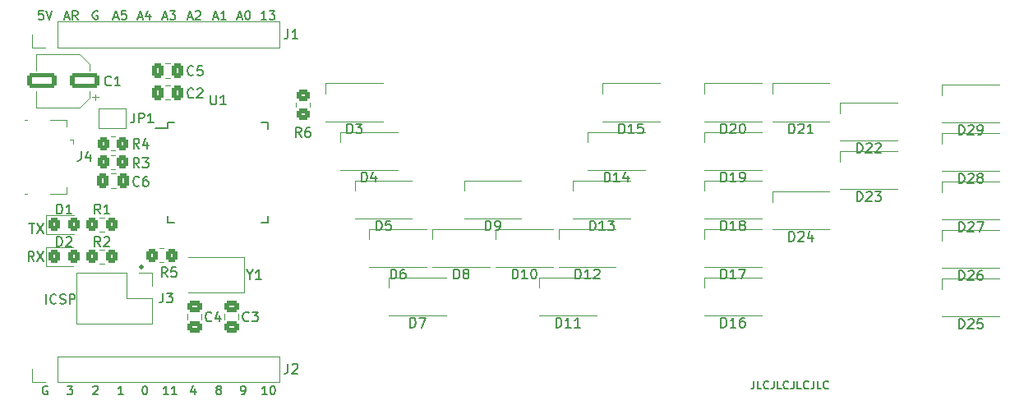
<source format=gto>
G04 #@! TF.GenerationSoftware,KiCad,Pcbnew,8.0.1*
G04 #@! TF.CreationDate,2024-04-10T03:36:54-04:00*
G04 #@! TF.ProjectId,ieee_pcb_workshop,69656565-5f70-4636-925f-776f726b7368,rev?*
G04 #@! TF.SameCoordinates,Original*
G04 #@! TF.FileFunction,Legend,Top*
G04 #@! TF.FilePolarity,Positive*
%FSLAX46Y46*%
G04 Gerber Fmt 4.6, Leading zero omitted, Abs format (unit mm)*
G04 Created by KiCad (PCBNEW 8.0.1) date 2024-04-10 03:36:54*
%MOMM*%
%LPD*%
G01*
G04 APERTURE LIST*
G04 Aperture macros list*
%AMRoundRect*
0 Rectangle with rounded corners*
0 $1 Rounding radius*
0 $2 $3 $4 $5 $6 $7 $8 $9 X,Y pos of 4 corners*
0 Add a 4 corners polygon primitive as box body*
4,1,4,$2,$3,$4,$5,$6,$7,$8,$9,$2,$3,0*
0 Add four circle primitives for the rounded corners*
1,1,$1+$1,$2,$3*
1,1,$1+$1,$4,$5*
1,1,$1+$1,$6,$7*
1,1,$1+$1,$8,$9*
0 Add four rect primitives between the rounded corners*
20,1,$1+$1,$2,$3,$4,$5,0*
20,1,$1+$1,$4,$5,$6,$7,0*
20,1,$1+$1,$6,$7,$8,$9,0*
20,1,$1+$1,$8,$9,$2,$3,0*%
%AMFreePoly0*
4,1,6,1.000000,0.000000,0.500000,-0.750000,-0.500000,-0.750000,-0.500000,0.750000,0.500000,0.750000,1.000000,0.000000,1.000000,0.000000,$1*%
%AMFreePoly1*
4,1,6,0.500000,-0.750000,-0.650000,-0.750000,-0.150000,0.000000,-0.650000,0.750000,0.500000,0.750000,0.500000,-0.750000,0.500000,-0.750000,$1*%
G04 Aperture macros list end*
%ADD10C,0.150000*%
%ADD11C,0.375000*%
%ADD12C,0.120000*%
%ADD13C,0.000000*%
%ADD14R,1.600000X0.850000*%
%ADD15RoundRect,0.250000X-0.325000X-0.450000X0.325000X-0.450000X0.325000X0.450000X-0.325000X0.450000X0*%
%ADD16RoundRect,0.250000X-0.475000X0.337500X-0.475000X-0.337500X0.475000X-0.337500X0.475000X0.337500X0*%
%ADD17R,1.700000X1.700000*%
%ADD18O,1.700000X1.700000*%
%ADD19FreePoly0,0.000000*%
%ADD20FreePoly1,0.000000*%
%ADD21R,2.000000X2.400000*%
%ADD22RoundRect,0.250000X0.337500X0.475000X-0.337500X0.475000X-0.337500X-0.475000X0.337500X-0.475000X0*%
%ADD23RoundRect,0.250000X-0.350000X-0.450000X0.350000X-0.450000X0.350000X0.450000X-0.350000X0.450000X0*%
%ADD24R,1.400000X0.400000*%
%ADD25O,1.900000X1.050000*%
%ADD26R,1.450000X1.150000*%
%ADD27R,1.900000X1.750000*%
%ADD28RoundRect,0.250000X1.250000X0.550000X-1.250000X0.550000X-1.250000X-0.550000X1.250000X-0.550000X0*%
%ADD29RoundRect,0.250000X0.450000X-0.350000X0.450000X0.350000X-0.450000X0.350000X-0.450000X-0.350000X0*%
%ADD30RoundRect,0.250000X0.350000X0.450000X-0.350000X0.450000X-0.350000X-0.450000X0.350000X-0.450000X0*%
%ADD31R,1.500000X0.550000*%
%ADD32R,0.550000X1.500000*%
G04 APERTURE END LIST*
D10*
X123167731Y-163744295D02*
X123167731Y-164315723D01*
X123167731Y-164315723D02*
X123129636Y-164430009D01*
X123129636Y-164430009D02*
X123053445Y-164506200D01*
X123053445Y-164506200D02*
X122939160Y-164544295D01*
X122939160Y-164544295D02*
X122862969Y-164544295D01*
X123929636Y-164544295D02*
X123548684Y-164544295D01*
X123548684Y-164544295D02*
X123548684Y-163744295D01*
X124653446Y-164468104D02*
X124615350Y-164506200D01*
X124615350Y-164506200D02*
X124501065Y-164544295D01*
X124501065Y-164544295D02*
X124424874Y-164544295D01*
X124424874Y-164544295D02*
X124310588Y-164506200D01*
X124310588Y-164506200D02*
X124234398Y-164430009D01*
X124234398Y-164430009D02*
X124196303Y-164353819D01*
X124196303Y-164353819D02*
X124158207Y-164201438D01*
X124158207Y-164201438D02*
X124158207Y-164087152D01*
X124158207Y-164087152D02*
X124196303Y-163934771D01*
X124196303Y-163934771D02*
X124234398Y-163858580D01*
X124234398Y-163858580D02*
X124310588Y-163782390D01*
X124310588Y-163782390D02*
X124424874Y-163744295D01*
X124424874Y-163744295D02*
X124501065Y-163744295D01*
X124501065Y-163744295D02*
X124615350Y-163782390D01*
X124615350Y-163782390D02*
X124653446Y-163820485D01*
X125224874Y-163744295D02*
X125224874Y-164315723D01*
X125224874Y-164315723D02*
X125186779Y-164430009D01*
X125186779Y-164430009D02*
X125110588Y-164506200D01*
X125110588Y-164506200D02*
X124996303Y-164544295D01*
X124996303Y-164544295D02*
X124920112Y-164544295D01*
X125986779Y-164544295D02*
X125605827Y-164544295D01*
X125605827Y-164544295D02*
X125605827Y-163744295D01*
X126710589Y-164468104D02*
X126672493Y-164506200D01*
X126672493Y-164506200D02*
X126558208Y-164544295D01*
X126558208Y-164544295D02*
X126482017Y-164544295D01*
X126482017Y-164544295D02*
X126367731Y-164506200D01*
X126367731Y-164506200D02*
X126291541Y-164430009D01*
X126291541Y-164430009D02*
X126253446Y-164353819D01*
X126253446Y-164353819D02*
X126215350Y-164201438D01*
X126215350Y-164201438D02*
X126215350Y-164087152D01*
X126215350Y-164087152D02*
X126253446Y-163934771D01*
X126253446Y-163934771D02*
X126291541Y-163858580D01*
X126291541Y-163858580D02*
X126367731Y-163782390D01*
X126367731Y-163782390D02*
X126482017Y-163744295D01*
X126482017Y-163744295D02*
X126558208Y-163744295D01*
X126558208Y-163744295D02*
X126672493Y-163782390D01*
X126672493Y-163782390D02*
X126710589Y-163820485D01*
X127282017Y-163744295D02*
X127282017Y-164315723D01*
X127282017Y-164315723D02*
X127243922Y-164430009D01*
X127243922Y-164430009D02*
X127167731Y-164506200D01*
X127167731Y-164506200D02*
X127053446Y-164544295D01*
X127053446Y-164544295D02*
X126977255Y-164544295D01*
X128043922Y-164544295D02*
X127662970Y-164544295D01*
X127662970Y-164544295D02*
X127662970Y-163744295D01*
X128767732Y-164468104D02*
X128729636Y-164506200D01*
X128729636Y-164506200D02*
X128615351Y-164544295D01*
X128615351Y-164544295D02*
X128539160Y-164544295D01*
X128539160Y-164544295D02*
X128424874Y-164506200D01*
X128424874Y-164506200D02*
X128348684Y-164430009D01*
X128348684Y-164430009D02*
X128310589Y-164353819D01*
X128310589Y-164353819D02*
X128272493Y-164201438D01*
X128272493Y-164201438D02*
X128272493Y-164087152D01*
X128272493Y-164087152D02*
X128310589Y-163934771D01*
X128310589Y-163934771D02*
X128348684Y-163858580D01*
X128348684Y-163858580D02*
X128424874Y-163782390D01*
X128424874Y-163782390D02*
X128539160Y-163744295D01*
X128539160Y-163744295D02*
X128615351Y-163744295D01*
X128615351Y-163744295D02*
X128729636Y-163782390D01*
X128729636Y-163782390D02*
X128767732Y-163820485D01*
X129339160Y-163744295D02*
X129339160Y-164315723D01*
X129339160Y-164315723D02*
X129301065Y-164430009D01*
X129301065Y-164430009D02*
X129224874Y-164506200D01*
X129224874Y-164506200D02*
X129110589Y-164544295D01*
X129110589Y-164544295D02*
X129034398Y-164544295D01*
X130101065Y-164544295D02*
X129720113Y-164544295D01*
X129720113Y-164544295D02*
X129720113Y-163744295D01*
X130824875Y-164468104D02*
X130786779Y-164506200D01*
X130786779Y-164506200D02*
X130672494Y-164544295D01*
X130672494Y-164544295D02*
X130596303Y-164544295D01*
X130596303Y-164544295D02*
X130482017Y-164506200D01*
X130482017Y-164506200D02*
X130405827Y-164430009D01*
X130405827Y-164430009D02*
X130367732Y-164353819D01*
X130367732Y-164353819D02*
X130329636Y-164201438D01*
X130329636Y-164201438D02*
X130329636Y-164087152D01*
X130329636Y-164087152D02*
X130367732Y-163934771D01*
X130367732Y-163934771D02*
X130405827Y-163858580D01*
X130405827Y-163858580D02*
X130482017Y-163782390D01*
X130482017Y-163782390D02*
X130596303Y-163744295D01*
X130596303Y-163744295D02*
X130672494Y-163744295D01*
X130672494Y-163744295D02*
X130786779Y-163782390D01*
X130786779Y-163782390D02*
X130824875Y-163820485D01*
D11*
X60053852Y-151904071D02*
X60125281Y-151975500D01*
X60125281Y-151975500D02*
X60053852Y-152046928D01*
X60053852Y-152046928D02*
X59982424Y-151975500D01*
X59982424Y-151975500D02*
X60053852Y-151904071D01*
X60053852Y-151904071D02*
X60053852Y-152046928D01*
D10*
X67941541Y-164617771D02*
X67855826Y-164574914D01*
X67855826Y-164574914D02*
X67812969Y-164532057D01*
X67812969Y-164532057D02*
X67770112Y-164446342D01*
X67770112Y-164446342D02*
X67770112Y-164403485D01*
X67770112Y-164403485D02*
X67812969Y-164317771D01*
X67812969Y-164317771D02*
X67855826Y-164274914D01*
X67855826Y-164274914D02*
X67941541Y-164232057D01*
X67941541Y-164232057D02*
X68112969Y-164232057D01*
X68112969Y-164232057D02*
X68198684Y-164274914D01*
X68198684Y-164274914D02*
X68241541Y-164317771D01*
X68241541Y-164317771D02*
X68284398Y-164403485D01*
X68284398Y-164403485D02*
X68284398Y-164446342D01*
X68284398Y-164446342D02*
X68241541Y-164532057D01*
X68241541Y-164532057D02*
X68198684Y-164574914D01*
X68198684Y-164574914D02*
X68112969Y-164617771D01*
X68112969Y-164617771D02*
X67941541Y-164617771D01*
X67941541Y-164617771D02*
X67855826Y-164660628D01*
X67855826Y-164660628D02*
X67812969Y-164703485D01*
X67812969Y-164703485D02*
X67770112Y-164789200D01*
X67770112Y-164789200D02*
X67770112Y-164960628D01*
X67770112Y-164960628D02*
X67812969Y-165046342D01*
X67812969Y-165046342D02*
X67855826Y-165089200D01*
X67855826Y-165089200D02*
X67941541Y-165132057D01*
X67941541Y-165132057D02*
X68112969Y-165132057D01*
X68112969Y-165132057D02*
X68198684Y-165089200D01*
X68198684Y-165089200D02*
X68241541Y-165046342D01*
X68241541Y-165046342D02*
X68284398Y-164960628D01*
X68284398Y-164960628D02*
X68284398Y-164789200D01*
X68284398Y-164789200D02*
X68241541Y-164703485D01*
X68241541Y-164703485D02*
X68198684Y-164660628D01*
X68198684Y-164660628D02*
X68112969Y-164617771D01*
X58184398Y-165132057D02*
X57670112Y-165132057D01*
X57927255Y-165132057D02*
X57927255Y-164232057D01*
X57927255Y-164232057D02*
X57841541Y-164360628D01*
X57841541Y-164360628D02*
X57755826Y-164446342D01*
X57755826Y-164446342D02*
X57670112Y-164489200D01*
X72934398Y-126482057D02*
X72420112Y-126482057D01*
X72677255Y-126482057D02*
X72677255Y-125582057D01*
X72677255Y-125582057D02*
X72591541Y-125710628D01*
X72591541Y-125710628D02*
X72505826Y-125796342D01*
X72505826Y-125796342D02*
X72420112Y-125839200D01*
X73234398Y-125582057D02*
X73791541Y-125582057D01*
X73791541Y-125582057D02*
X73491541Y-125924914D01*
X73491541Y-125924914D02*
X73620112Y-125924914D01*
X73620112Y-125924914D02*
X73705827Y-125967771D01*
X73705827Y-125967771D02*
X73748684Y-126010628D01*
X73748684Y-126010628D02*
X73791541Y-126096342D01*
X73791541Y-126096342D02*
X73791541Y-126310628D01*
X73791541Y-126310628D02*
X73748684Y-126396342D01*
X73748684Y-126396342D02*
X73705827Y-126439200D01*
X73705827Y-126439200D02*
X73620112Y-126482057D01*
X73620112Y-126482057D02*
X73362969Y-126482057D01*
X73362969Y-126482057D02*
X73277255Y-126439200D01*
X73277255Y-126439200D02*
X73234398Y-126396342D01*
X50236779Y-155769819D02*
X50236779Y-154769819D01*
X51284397Y-155674580D02*
X51236778Y-155722200D01*
X51236778Y-155722200D02*
X51093921Y-155769819D01*
X51093921Y-155769819D02*
X50998683Y-155769819D01*
X50998683Y-155769819D02*
X50855826Y-155722200D01*
X50855826Y-155722200D02*
X50760588Y-155626961D01*
X50760588Y-155626961D02*
X50712969Y-155531723D01*
X50712969Y-155531723D02*
X50665350Y-155341247D01*
X50665350Y-155341247D02*
X50665350Y-155198390D01*
X50665350Y-155198390D02*
X50712969Y-155007914D01*
X50712969Y-155007914D02*
X50760588Y-154912676D01*
X50760588Y-154912676D02*
X50855826Y-154817438D01*
X50855826Y-154817438D02*
X50998683Y-154769819D01*
X50998683Y-154769819D02*
X51093921Y-154769819D01*
X51093921Y-154769819D02*
X51236778Y-154817438D01*
X51236778Y-154817438D02*
X51284397Y-154865057D01*
X51665350Y-155722200D02*
X51808207Y-155769819D01*
X51808207Y-155769819D02*
X52046302Y-155769819D01*
X52046302Y-155769819D02*
X52141540Y-155722200D01*
X52141540Y-155722200D02*
X52189159Y-155674580D01*
X52189159Y-155674580D02*
X52236778Y-155579342D01*
X52236778Y-155579342D02*
X52236778Y-155484104D01*
X52236778Y-155484104D02*
X52189159Y-155388866D01*
X52189159Y-155388866D02*
X52141540Y-155341247D01*
X52141540Y-155341247D02*
X52046302Y-155293628D01*
X52046302Y-155293628D02*
X51855826Y-155246009D01*
X51855826Y-155246009D02*
X51760588Y-155198390D01*
X51760588Y-155198390D02*
X51712969Y-155150771D01*
X51712969Y-155150771D02*
X51665350Y-155055533D01*
X51665350Y-155055533D02*
X51665350Y-154960295D01*
X51665350Y-154960295D02*
X51712969Y-154865057D01*
X51712969Y-154865057D02*
X51760588Y-154817438D01*
X51760588Y-154817438D02*
X51855826Y-154769819D01*
X51855826Y-154769819D02*
X52093921Y-154769819D01*
X52093921Y-154769819D02*
X52236778Y-154817438D01*
X52665350Y-155769819D02*
X52665350Y-154769819D01*
X52665350Y-154769819D02*
X53046302Y-154769819D01*
X53046302Y-154769819D02*
X53141540Y-154817438D01*
X53141540Y-154817438D02*
X53189159Y-154865057D01*
X53189159Y-154865057D02*
X53236778Y-154960295D01*
X53236778Y-154960295D02*
X53236778Y-155103152D01*
X53236778Y-155103152D02*
X53189159Y-155198390D01*
X53189159Y-155198390D02*
X53141540Y-155246009D01*
X53141540Y-155246009D02*
X53046302Y-155293628D01*
X53046302Y-155293628D02*
X52665350Y-155293628D01*
X62270112Y-126224914D02*
X62698684Y-126224914D01*
X62184398Y-126482057D02*
X62484398Y-125582057D01*
X62484398Y-125582057D02*
X62784398Y-126482057D01*
X62998684Y-125582057D02*
X63555827Y-125582057D01*
X63555827Y-125582057D02*
X63255827Y-125924914D01*
X63255827Y-125924914D02*
X63384398Y-125924914D01*
X63384398Y-125924914D02*
X63470113Y-125967771D01*
X63470113Y-125967771D02*
X63512970Y-126010628D01*
X63512970Y-126010628D02*
X63555827Y-126096342D01*
X63555827Y-126096342D02*
X63555827Y-126310628D01*
X63555827Y-126310628D02*
X63512970Y-126396342D01*
X63512970Y-126396342D02*
X63470113Y-126439200D01*
X63470113Y-126439200D02*
X63384398Y-126482057D01*
X63384398Y-126482057D02*
X63127255Y-126482057D01*
X63127255Y-126482057D02*
X63041541Y-126439200D01*
X63041541Y-126439200D02*
X62998684Y-126396342D01*
X64870112Y-126224914D02*
X65298684Y-126224914D01*
X64784398Y-126482057D02*
X65084398Y-125582057D01*
X65084398Y-125582057D02*
X65384398Y-126482057D01*
X65641541Y-125667771D02*
X65684398Y-125624914D01*
X65684398Y-125624914D02*
X65770113Y-125582057D01*
X65770113Y-125582057D02*
X65984398Y-125582057D01*
X65984398Y-125582057D02*
X66070113Y-125624914D01*
X66070113Y-125624914D02*
X66112970Y-125667771D01*
X66112970Y-125667771D02*
X66155827Y-125753485D01*
X66155827Y-125753485D02*
X66155827Y-125839200D01*
X66155827Y-125839200D02*
X66112970Y-125967771D01*
X66112970Y-125967771D02*
X65598684Y-126482057D01*
X65598684Y-126482057D02*
X66155827Y-126482057D01*
X70355826Y-165132057D02*
X70527255Y-165132057D01*
X70527255Y-165132057D02*
X70612969Y-165089200D01*
X70612969Y-165089200D02*
X70655826Y-165046342D01*
X70655826Y-165046342D02*
X70741541Y-164917771D01*
X70741541Y-164917771D02*
X70784398Y-164746342D01*
X70784398Y-164746342D02*
X70784398Y-164403485D01*
X70784398Y-164403485D02*
X70741541Y-164317771D01*
X70741541Y-164317771D02*
X70698684Y-164274914D01*
X70698684Y-164274914D02*
X70612969Y-164232057D01*
X70612969Y-164232057D02*
X70441541Y-164232057D01*
X70441541Y-164232057D02*
X70355826Y-164274914D01*
X70355826Y-164274914D02*
X70312969Y-164317771D01*
X70312969Y-164317771D02*
X70270112Y-164403485D01*
X70270112Y-164403485D02*
X70270112Y-164617771D01*
X70270112Y-164617771D02*
X70312969Y-164703485D01*
X70312969Y-164703485D02*
X70355826Y-164746342D01*
X70355826Y-164746342D02*
X70441541Y-164789200D01*
X70441541Y-164789200D02*
X70612969Y-164789200D01*
X70612969Y-164789200D02*
X70698684Y-164746342D01*
X70698684Y-164746342D02*
X70741541Y-164703485D01*
X70741541Y-164703485D02*
X70784398Y-164617771D01*
X57220112Y-126224914D02*
X57648684Y-126224914D01*
X57134398Y-126482057D02*
X57434398Y-125582057D01*
X57434398Y-125582057D02*
X57734398Y-126482057D01*
X58462970Y-125582057D02*
X58034398Y-125582057D01*
X58034398Y-125582057D02*
X57991541Y-126010628D01*
X57991541Y-126010628D02*
X58034398Y-125967771D01*
X58034398Y-125967771D02*
X58120113Y-125924914D01*
X58120113Y-125924914D02*
X58334398Y-125924914D01*
X58334398Y-125924914D02*
X58420113Y-125967771D01*
X58420113Y-125967771D02*
X58462970Y-126010628D01*
X58462970Y-126010628D02*
X58505827Y-126096342D01*
X58505827Y-126096342D02*
X58505827Y-126310628D01*
X58505827Y-126310628D02*
X58462970Y-126396342D01*
X58462970Y-126396342D02*
X58420113Y-126439200D01*
X58420113Y-126439200D02*
X58334398Y-126482057D01*
X58334398Y-126482057D02*
X58120113Y-126482057D01*
X58120113Y-126482057D02*
X58034398Y-126439200D01*
X58034398Y-126439200D02*
X57991541Y-126396342D01*
X52170112Y-126224914D02*
X52598684Y-126224914D01*
X52084398Y-126482057D02*
X52384398Y-125582057D01*
X52384398Y-125582057D02*
X52684398Y-126482057D01*
X53498684Y-126482057D02*
X53198684Y-126053485D01*
X52984398Y-126482057D02*
X52984398Y-125582057D01*
X52984398Y-125582057D02*
X53327255Y-125582057D01*
X53327255Y-125582057D02*
X53412970Y-125624914D01*
X53412970Y-125624914D02*
X53455827Y-125667771D01*
X53455827Y-125667771D02*
X53498684Y-125753485D01*
X53498684Y-125753485D02*
X53498684Y-125882057D01*
X53498684Y-125882057D02*
X53455827Y-125967771D01*
X53455827Y-125967771D02*
X53412970Y-126010628D01*
X53412970Y-126010628D02*
X53327255Y-126053485D01*
X53327255Y-126053485D02*
X52984398Y-126053485D01*
X52427255Y-164232057D02*
X52984398Y-164232057D01*
X52984398Y-164232057D02*
X52684398Y-164574914D01*
X52684398Y-164574914D02*
X52812969Y-164574914D01*
X52812969Y-164574914D02*
X52898684Y-164617771D01*
X52898684Y-164617771D02*
X52941541Y-164660628D01*
X52941541Y-164660628D02*
X52984398Y-164746342D01*
X52984398Y-164746342D02*
X52984398Y-164960628D01*
X52984398Y-164960628D02*
X52941541Y-165046342D01*
X52941541Y-165046342D02*
X52898684Y-165089200D01*
X52898684Y-165089200D02*
X52812969Y-165132057D01*
X52812969Y-165132057D02*
X52555826Y-165132057D01*
X52555826Y-165132057D02*
X52470112Y-165089200D01*
X52470112Y-165089200D02*
X52427255Y-165046342D01*
X65598684Y-164532057D02*
X65598684Y-165132057D01*
X65384398Y-164189200D02*
X65170112Y-164832057D01*
X65170112Y-164832057D02*
X65727255Y-164832057D01*
X49941541Y-125582057D02*
X49512969Y-125582057D01*
X49512969Y-125582057D02*
X49470112Y-126010628D01*
X49470112Y-126010628D02*
X49512969Y-125967771D01*
X49512969Y-125967771D02*
X49598684Y-125924914D01*
X49598684Y-125924914D02*
X49812969Y-125924914D01*
X49812969Y-125924914D02*
X49898684Y-125967771D01*
X49898684Y-125967771D02*
X49941541Y-126010628D01*
X49941541Y-126010628D02*
X49984398Y-126096342D01*
X49984398Y-126096342D02*
X49984398Y-126310628D01*
X49984398Y-126310628D02*
X49941541Y-126396342D01*
X49941541Y-126396342D02*
X49898684Y-126439200D01*
X49898684Y-126439200D02*
X49812969Y-126482057D01*
X49812969Y-126482057D02*
X49598684Y-126482057D01*
X49598684Y-126482057D02*
X49512969Y-126439200D01*
X49512969Y-126439200D02*
X49470112Y-126396342D01*
X50241541Y-125582057D02*
X50541541Y-126482057D01*
X50541541Y-126482057D02*
X50841541Y-125582057D01*
X69970112Y-126224914D02*
X70398684Y-126224914D01*
X69884398Y-126482057D02*
X70184398Y-125582057D01*
X70184398Y-125582057D02*
X70484398Y-126482057D01*
X70955827Y-125582057D02*
X71041541Y-125582057D01*
X71041541Y-125582057D02*
X71127255Y-125624914D01*
X71127255Y-125624914D02*
X71170113Y-125667771D01*
X71170113Y-125667771D02*
X71212970Y-125753485D01*
X71212970Y-125753485D02*
X71255827Y-125924914D01*
X71255827Y-125924914D02*
X71255827Y-126139200D01*
X71255827Y-126139200D02*
X71212970Y-126310628D01*
X71212970Y-126310628D02*
X71170113Y-126396342D01*
X71170113Y-126396342D02*
X71127255Y-126439200D01*
X71127255Y-126439200D02*
X71041541Y-126482057D01*
X71041541Y-126482057D02*
X70955827Y-126482057D01*
X70955827Y-126482057D02*
X70870113Y-126439200D01*
X70870113Y-126439200D02*
X70827255Y-126396342D01*
X70827255Y-126396342D02*
X70784398Y-126310628D01*
X70784398Y-126310628D02*
X70741541Y-126139200D01*
X70741541Y-126139200D02*
X70741541Y-125924914D01*
X70741541Y-125924914D02*
X70784398Y-125753485D01*
X70784398Y-125753485D02*
X70827255Y-125667771D01*
X70827255Y-125667771D02*
X70870113Y-125624914D01*
X70870113Y-125624914D02*
X70955827Y-125582057D01*
X55534398Y-125624914D02*
X55448684Y-125582057D01*
X55448684Y-125582057D02*
X55320112Y-125582057D01*
X55320112Y-125582057D02*
X55191541Y-125624914D01*
X55191541Y-125624914D02*
X55105826Y-125710628D01*
X55105826Y-125710628D02*
X55062969Y-125796342D01*
X55062969Y-125796342D02*
X55020112Y-125967771D01*
X55020112Y-125967771D02*
X55020112Y-126096342D01*
X55020112Y-126096342D02*
X55062969Y-126267771D01*
X55062969Y-126267771D02*
X55105826Y-126353485D01*
X55105826Y-126353485D02*
X55191541Y-126439200D01*
X55191541Y-126439200D02*
X55320112Y-126482057D01*
X55320112Y-126482057D02*
X55405826Y-126482057D01*
X55405826Y-126482057D02*
X55534398Y-126439200D01*
X55534398Y-126439200D02*
X55577255Y-126396342D01*
X55577255Y-126396342D02*
X55577255Y-126096342D01*
X55577255Y-126096342D02*
X55405826Y-126096342D01*
X59720112Y-126224914D02*
X60148684Y-126224914D01*
X59634398Y-126482057D02*
X59934398Y-125582057D01*
X59934398Y-125582057D02*
X60234398Y-126482057D01*
X60920113Y-125882057D02*
X60920113Y-126482057D01*
X60705827Y-125539200D02*
X60491541Y-126182057D01*
X60491541Y-126182057D02*
X61048684Y-126182057D01*
X67470112Y-126224914D02*
X67898684Y-126224914D01*
X67384398Y-126482057D02*
X67684398Y-125582057D01*
X67684398Y-125582057D02*
X67984398Y-126482057D01*
X68755827Y-126482057D02*
X68241541Y-126482057D01*
X68498684Y-126482057D02*
X68498684Y-125582057D01*
X68498684Y-125582057D02*
X68412970Y-125710628D01*
X68412970Y-125710628D02*
X68327255Y-125796342D01*
X68327255Y-125796342D02*
X68241541Y-125839200D01*
X50384398Y-164274914D02*
X50298684Y-164232057D01*
X50298684Y-164232057D02*
X50170112Y-164232057D01*
X50170112Y-164232057D02*
X50041541Y-164274914D01*
X50041541Y-164274914D02*
X49955826Y-164360628D01*
X49955826Y-164360628D02*
X49912969Y-164446342D01*
X49912969Y-164446342D02*
X49870112Y-164617771D01*
X49870112Y-164617771D02*
X49870112Y-164746342D01*
X49870112Y-164746342D02*
X49912969Y-164917771D01*
X49912969Y-164917771D02*
X49955826Y-165003485D01*
X49955826Y-165003485D02*
X50041541Y-165089200D01*
X50041541Y-165089200D02*
X50170112Y-165132057D01*
X50170112Y-165132057D02*
X50255826Y-165132057D01*
X50255826Y-165132057D02*
X50384398Y-165089200D01*
X50384398Y-165089200D02*
X50427255Y-165046342D01*
X50427255Y-165046342D02*
X50427255Y-164746342D01*
X50427255Y-164746342D02*
X50255826Y-164746342D01*
X72984398Y-165132057D02*
X72470112Y-165132057D01*
X72727255Y-165132057D02*
X72727255Y-164232057D01*
X72727255Y-164232057D02*
X72641541Y-164360628D01*
X72641541Y-164360628D02*
X72555826Y-164446342D01*
X72555826Y-164446342D02*
X72470112Y-164489200D01*
X73541541Y-164232057D02*
X73627255Y-164232057D01*
X73627255Y-164232057D02*
X73712969Y-164274914D01*
X73712969Y-164274914D02*
X73755827Y-164317771D01*
X73755827Y-164317771D02*
X73798684Y-164403485D01*
X73798684Y-164403485D02*
X73841541Y-164574914D01*
X73841541Y-164574914D02*
X73841541Y-164789200D01*
X73841541Y-164789200D02*
X73798684Y-164960628D01*
X73798684Y-164960628D02*
X73755827Y-165046342D01*
X73755827Y-165046342D02*
X73712969Y-165089200D01*
X73712969Y-165089200D02*
X73627255Y-165132057D01*
X73627255Y-165132057D02*
X73541541Y-165132057D01*
X73541541Y-165132057D02*
X73455827Y-165089200D01*
X73455827Y-165089200D02*
X73412969Y-165046342D01*
X73412969Y-165046342D02*
X73370112Y-164960628D01*
X73370112Y-164960628D02*
X73327255Y-164789200D01*
X73327255Y-164789200D02*
X73327255Y-164574914D01*
X73327255Y-164574914D02*
X73370112Y-164403485D01*
X73370112Y-164403485D02*
X73412969Y-164317771D01*
X73412969Y-164317771D02*
X73455827Y-164274914D01*
X73455827Y-164274914D02*
X73541541Y-164232057D01*
X49008207Y-151369819D02*
X48674874Y-150893628D01*
X48436779Y-151369819D02*
X48436779Y-150369819D01*
X48436779Y-150369819D02*
X48817731Y-150369819D01*
X48817731Y-150369819D02*
X48912969Y-150417438D01*
X48912969Y-150417438D02*
X48960588Y-150465057D01*
X48960588Y-150465057D02*
X49008207Y-150560295D01*
X49008207Y-150560295D02*
X49008207Y-150703152D01*
X49008207Y-150703152D02*
X48960588Y-150798390D01*
X48960588Y-150798390D02*
X48912969Y-150846009D01*
X48912969Y-150846009D02*
X48817731Y-150893628D01*
X48817731Y-150893628D02*
X48436779Y-150893628D01*
X49341541Y-150369819D02*
X50008207Y-151369819D01*
X50008207Y-150369819D02*
X49341541Y-151369819D01*
X48493922Y-147469819D02*
X49065350Y-147469819D01*
X48779636Y-148469819D02*
X48779636Y-147469819D01*
X49303446Y-147469819D02*
X49970112Y-148469819D01*
X49970112Y-147469819D02*
X49303446Y-148469819D01*
X60384398Y-164232057D02*
X60470112Y-164232057D01*
X60470112Y-164232057D02*
X60555826Y-164274914D01*
X60555826Y-164274914D02*
X60598684Y-164317771D01*
X60598684Y-164317771D02*
X60641541Y-164403485D01*
X60641541Y-164403485D02*
X60684398Y-164574914D01*
X60684398Y-164574914D02*
X60684398Y-164789200D01*
X60684398Y-164789200D02*
X60641541Y-164960628D01*
X60641541Y-164960628D02*
X60598684Y-165046342D01*
X60598684Y-165046342D02*
X60555826Y-165089200D01*
X60555826Y-165089200D02*
X60470112Y-165132057D01*
X60470112Y-165132057D02*
X60384398Y-165132057D01*
X60384398Y-165132057D02*
X60298684Y-165089200D01*
X60298684Y-165089200D02*
X60255826Y-165046342D01*
X60255826Y-165046342D02*
X60212969Y-164960628D01*
X60212969Y-164960628D02*
X60170112Y-164789200D01*
X60170112Y-164789200D02*
X60170112Y-164574914D01*
X60170112Y-164574914D02*
X60212969Y-164403485D01*
X60212969Y-164403485D02*
X60255826Y-164317771D01*
X60255826Y-164317771D02*
X60298684Y-164274914D01*
X60298684Y-164274914D02*
X60384398Y-164232057D01*
X55070112Y-164317771D02*
X55112969Y-164274914D01*
X55112969Y-164274914D02*
X55198684Y-164232057D01*
X55198684Y-164232057D02*
X55412969Y-164232057D01*
X55412969Y-164232057D02*
X55498684Y-164274914D01*
X55498684Y-164274914D02*
X55541541Y-164317771D01*
X55541541Y-164317771D02*
X55584398Y-164403485D01*
X55584398Y-164403485D02*
X55584398Y-164489200D01*
X55584398Y-164489200D02*
X55541541Y-164617771D01*
X55541541Y-164617771D02*
X55027255Y-165132057D01*
X55027255Y-165132057D02*
X55584398Y-165132057D01*
X62834398Y-165132057D02*
X62320112Y-165132057D01*
X62577255Y-165132057D02*
X62577255Y-164232057D01*
X62577255Y-164232057D02*
X62491541Y-164360628D01*
X62491541Y-164360628D02*
X62405826Y-164446342D01*
X62405826Y-164446342D02*
X62320112Y-164489200D01*
X63691541Y-165132057D02*
X63177255Y-165132057D01*
X63434398Y-165132057D02*
X63434398Y-164232057D01*
X63434398Y-164232057D02*
X63348684Y-164360628D01*
X63348684Y-164360628D02*
X63262969Y-164446342D01*
X63262969Y-164446342D02*
X63177255Y-164489200D01*
X144285714Y-143329819D02*
X144285714Y-142329819D01*
X144285714Y-142329819D02*
X144523809Y-142329819D01*
X144523809Y-142329819D02*
X144666666Y-142377438D01*
X144666666Y-142377438D02*
X144761904Y-142472676D01*
X144761904Y-142472676D02*
X144809523Y-142567914D01*
X144809523Y-142567914D02*
X144857142Y-142758390D01*
X144857142Y-142758390D02*
X144857142Y-142901247D01*
X144857142Y-142901247D02*
X144809523Y-143091723D01*
X144809523Y-143091723D02*
X144761904Y-143186961D01*
X144761904Y-143186961D02*
X144666666Y-143282200D01*
X144666666Y-143282200D02*
X144523809Y-143329819D01*
X144523809Y-143329819D02*
X144285714Y-143329819D01*
X145238095Y-142425057D02*
X145285714Y-142377438D01*
X145285714Y-142377438D02*
X145380952Y-142329819D01*
X145380952Y-142329819D02*
X145619047Y-142329819D01*
X145619047Y-142329819D02*
X145714285Y-142377438D01*
X145714285Y-142377438D02*
X145761904Y-142425057D01*
X145761904Y-142425057D02*
X145809523Y-142520295D01*
X145809523Y-142520295D02*
X145809523Y-142615533D01*
X145809523Y-142615533D02*
X145761904Y-142758390D01*
X145761904Y-142758390D02*
X145190476Y-143329819D01*
X145190476Y-143329819D02*
X145809523Y-143329819D01*
X146380952Y-142758390D02*
X146285714Y-142710771D01*
X146285714Y-142710771D02*
X146238095Y-142663152D01*
X146238095Y-142663152D02*
X146190476Y-142567914D01*
X146190476Y-142567914D02*
X146190476Y-142520295D01*
X146190476Y-142520295D02*
X146238095Y-142425057D01*
X146238095Y-142425057D02*
X146285714Y-142377438D01*
X146285714Y-142377438D02*
X146380952Y-142329819D01*
X146380952Y-142329819D02*
X146571428Y-142329819D01*
X146571428Y-142329819D02*
X146666666Y-142377438D01*
X146666666Y-142377438D02*
X146714285Y-142425057D01*
X146714285Y-142425057D02*
X146761904Y-142520295D01*
X146761904Y-142520295D02*
X146761904Y-142567914D01*
X146761904Y-142567914D02*
X146714285Y-142663152D01*
X146714285Y-142663152D02*
X146666666Y-142710771D01*
X146666666Y-142710771D02*
X146571428Y-142758390D01*
X146571428Y-142758390D02*
X146380952Y-142758390D01*
X146380952Y-142758390D02*
X146285714Y-142806009D01*
X146285714Y-142806009D02*
X146238095Y-142853628D01*
X146238095Y-142853628D02*
X146190476Y-142948866D01*
X146190476Y-142948866D02*
X146190476Y-143139342D01*
X146190476Y-143139342D02*
X146238095Y-143234580D01*
X146238095Y-143234580D02*
X146285714Y-143282200D01*
X146285714Y-143282200D02*
X146380952Y-143329819D01*
X146380952Y-143329819D02*
X146571428Y-143329819D01*
X146571428Y-143329819D02*
X146666666Y-143282200D01*
X146666666Y-143282200D02*
X146714285Y-143234580D01*
X146714285Y-143234580D02*
X146761904Y-143139342D01*
X146761904Y-143139342D02*
X146761904Y-142948866D01*
X146761904Y-142948866D02*
X146714285Y-142853628D01*
X146714285Y-142853628D02*
X146666666Y-142806009D01*
X146666666Y-142806009D02*
X146571428Y-142758390D01*
X51361905Y-149854819D02*
X51361905Y-148854819D01*
X51361905Y-148854819D02*
X51600000Y-148854819D01*
X51600000Y-148854819D02*
X51742857Y-148902438D01*
X51742857Y-148902438D02*
X51838095Y-148997676D01*
X51838095Y-148997676D02*
X51885714Y-149092914D01*
X51885714Y-149092914D02*
X51933333Y-149283390D01*
X51933333Y-149283390D02*
X51933333Y-149426247D01*
X51933333Y-149426247D02*
X51885714Y-149616723D01*
X51885714Y-149616723D02*
X51838095Y-149711961D01*
X51838095Y-149711961D02*
X51742857Y-149807200D01*
X51742857Y-149807200D02*
X51600000Y-149854819D01*
X51600000Y-149854819D02*
X51361905Y-149854819D01*
X52314286Y-148950057D02*
X52361905Y-148902438D01*
X52361905Y-148902438D02*
X52457143Y-148854819D01*
X52457143Y-148854819D02*
X52695238Y-148854819D01*
X52695238Y-148854819D02*
X52790476Y-148902438D01*
X52790476Y-148902438D02*
X52838095Y-148950057D01*
X52838095Y-148950057D02*
X52885714Y-149045295D01*
X52885714Y-149045295D02*
X52885714Y-149140533D01*
X52885714Y-149140533D02*
X52838095Y-149283390D01*
X52838095Y-149283390D02*
X52266667Y-149854819D01*
X52266667Y-149854819D02*
X52885714Y-149854819D01*
X119785714Y-148204819D02*
X119785714Y-147204819D01*
X119785714Y-147204819D02*
X120023809Y-147204819D01*
X120023809Y-147204819D02*
X120166666Y-147252438D01*
X120166666Y-147252438D02*
X120261904Y-147347676D01*
X120261904Y-147347676D02*
X120309523Y-147442914D01*
X120309523Y-147442914D02*
X120357142Y-147633390D01*
X120357142Y-147633390D02*
X120357142Y-147776247D01*
X120357142Y-147776247D02*
X120309523Y-147966723D01*
X120309523Y-147966723D02*
X120261904Y-148061961D01*
X120261904Y-148061961D02*
X120166666Y-148157200D01*
X120166666Y-148157200D02*
X120023809Y-148204819D01*
X120023809Y-148204819D02*
X119785714Y-148204819D01*
X121309523Y-148204819D02*
X120738095Y-148204819D01*
X121023809Y-148204819D02*
X121023809Y-147204819D01*
X121023809Y-147204819D02*
X120928571Y-147347676D01*
X120928571Y-147347676D02*
X120833333Y-147442914D01*
X120833333Y-147442914D02*
X120738095Y-147490533D01*
X121880952Y-147633390D02*
X121785714Y-147585771D01*
X121785714Y-147585771D02*
X121738095Y-147538152D01*
X121738095Y-147538152D02*
X121690476Y-147442914D01*
X121690476Y-147442914D02*
X121690476Y-147395295D01*
X121690476Y-147395295D02*
X121738095Y-147300057D01*
X121738095Y-147300057D02*
X121785714Y-147252438D01*
X121785714Y-147252438D02*
X121880952Y-147204819D01*
X121880952Y-147204819D02*
X122071428Y-147204819D01*
X122071428Y-147204819D02*
X122166666Y-147252438D01*
X122166666Y-147252438D02*
X122214285Y-147300057D01*
X122214285Y-147300057D02*
X122261904Y-147395295D01*
X122261904Y-147395295D02*
X122261904Y-147442914D01*
X122261904Y-147442914D02*
X122214285Y-147538152D01*
X122214285Y-147538152D02*
X122166666Y-147585771D01*
X122166666Y-147585771D02*
X122071428Y-147633390D01*
X122071428Y-147633390D02*
X121880952Y-147633390D01*
X121880952Y-147633390D02*
X121785714Y-147681009D01*
X121785714Y-147681009D02*
X121738095Y-147728628D01*
X121738095Y-147728628D02*
X121690476Y-147823866D01*
X121690476Y-147823866D02*
X121690476Y-148014342D01*
X121690476Y-148014342D02*
X121738095Y-148109580D01*
X121738095Y-148109580D02*
X121785714Y-148157200D01*
X121785714Y-148157200D02*
X121880952Y-148204819D01*
X121880952Y-148204819D02*
X122071428Y-148204819D01*
X122071428Y-148204819D02*
X122166666Y-148157200D01*
X122166666Y-148157200D02*
X122214285Y-148109580D01*
X122214285Y-148109580D02*
X122261904Y-148014342D01*
X122261904Y-148014342D02*
X122261904Y-147823866D01*
X122261904Y-147823866D02*
X122214285Y-147728628D01*
X122214285Y-147728628D02*
X122166666Y-147681009D01*
X122166666Y-147681009D02*
X122071428Y-147633390D01*
X85761905Y-153204819D02*
X85761905Y-152204819D01*
X85761905Y-152204819D02*
X86000000Y-152204819D01*
X86000000Y-152204819D02*
X86142857Y-152252438D01*
X86142857Y-152252438D02*
X86238095Y-152347676D01*
X86238095Y-152347676D02*
X86285714Y-152442914D01*
X86285714Y-152442914D02*
X86333333Y-152633390D01*
X86333333Y-152633390D02*
X86333333Y-152776247D01*
X86333333Y-152776247D02*
X86285714Y-152966723D01*
X86285714Y-152966723D02*
X86238095Y-153061961D01*
X86238095Y-153061961D02*
X86142857Y-153157200D01*
X86142857Y-153157200D02*
X86000000Y-153204819D01*
X86000000Y-153204819D02*
X85761905Y-153204819D01*
X87190476Y-152204819D02*
X87000000Y-152204819D01*
X87000000Y-152204819D02*
X86904762Y-152252438D01*
X86904762Y-152252438D02*
X86857143Y-152300057D01*
X86857143Y-152300057D02*
X86761905Y-152442914D01*
X86761905Y-152442914D02*
X86714286Y-152633390D01*
X86714286Y-152633390D02*
X86714286Y-153014342D01*
X86714286Y-153014342D02*
X86761905Y-153109580D01*
X86761905Y-153109580D02*
X86809524Y-153157200D01*
X86809524Y-153157200D02*
X86904762Y-153204819D01*
X86904762Y-153204819D02*
X87095238Y-153204819D01*
X87095238Y-153204819D02*
X87190476Y-153157200D01*
X87190476Y-153157200D02*
X87238095Y-153109580D01*
X87238095Y-153109580D02*
X87285714Y-153014342D01*
X87285714Y-153014342D02*
X87285714Y-152776247D01*
X87285714Y-152776247D02*
X87238095Y-152681009D01*
X87238095Y-152681009D02*
X87190476Y-152633390D01*
X87190476Y-152633390D02*
X87095238Y-152585771D01*
X87095238Y-152585771D02*
X86904762Y-152585771D01*
X86904762Y-152585771D02*
X86809524Y-152633390D01*
X86809524Y-152633390D02*
X86761905Y-152681009D01*
X86761905Y-152681009D02*
X86714286Y-152776247D01*
X109285714Y-138204819D02*
X109285714Y-137204819D01*
X109285714Y-137204819D02*
X109523809Y-137204819D01*
X109523809Y-137204819D02*
X109666666Y-137252438D01*
X109666666Y-137252438D02*
X109761904Y-137347676D01*
X109761904Y-137347676D02*
X109809523Y-137442914D01*
X109809523Y-137442914D02*
X109857142Y-137633390D01*
X109857142Y-137633390D02*
X109857142Y-137776247D01*
X109857142Y-137776247D02*
X109809523Y-137966723D01*
X109809523Y-137966723D02*
X109761904Y-138061961D01*
X109761904Y-138061961D02*
X109666666Y-138157200D01*
X109666666Y-138157200D02*
X109523809Y-138204819D01*
X109523809Y-138204819D02*
X109285714Y-138204819D01*
X110809523Y-138204819D02*
X110238095Y-138204819D01*
X110523809Y-138204819D02*
X110523809Y-137204819D01*
X110523809Y-137204819D02*
X110428571Y-137347676D01*
X110428571Y-137347676D02*
X110333333Y-137442914D01*
X110333333Y-137442914D02*
X110238095Y-137490533D01*
X111714285Y-137204819D02*
X111238095Y-137204819D01*
X111238095Y-137204819D02*
X111190476Y-137681009D01*
X111190476Y-137681009D02*
X111238095Y-137633390D01*
X111238095Y-137633390D02*
X111333333Y-137585771D01*
X111333333Y-137585771D02*
X111571428Y-137585771D01*
X111571428Y-137585771D02*
X111666666Y-137633390D01*
X111666666Y-137633390D02*
X111714285Y-137681009D01*
X111714285Y-137681009D02*
X111761904Y-137776247D01*
X111761904Y-137776247D02*
X111761904Y-138014342D01*
X111761904Y-138014342D02*
X111714285Y-138109580D01*
X111714285Y-138109580D02*
X111666666Y-138157200D01*
X111666666Y-138157200D02*
X111571428Y-138204819D01*
X111571428Y-138204819D02*
X111333333Y-138204819D01*
X111333333Y-138204819D02*
X111238095Y-138157200D01*
X111238095Y-138157200D02*
X111190476Y-138109580D01*
X71133333Y-157509580D02*
X71085714Y-157557200D01*
X71085714Y-157557200D02*
X70942857Y-157604819D01*
X70942857Y-157604819D02*
X70847619Y-157604819D01*
X70847619Y-157604819D02*
X70704762Y-157557200D01*
X70704762Y-157557200D02*
X70609524Y-157461961D01*
X70609524Y-157461961D02*
X70561905Y-157366723D01*
X70561905Y-157366723D02*
X70514286Y-157176247D01*
X70514286Y-157176247D02*
X70514286Y-157033390D01*
X70514286Y-157033390D02*
X70561905Y-156842914D01*
X70561905Y-156842914D02*
X70609524Y-156747676D01*
X70609524Y-156747676D02*
X70704762Y-156652438D01*
X70704762Y-156652438D02*
X70847619Y-156604819D01*
X70847619Y-156604819D02*
X70942857Y-156604819D01*
X70942857Y-156604819D02*
X71085714Y-156652438D01*
X71085714Y-156652438D02*
X71133333Y-156700057D01*
X71466667Y-156604819D02*
X72085714Y-156604819D01*
X72085714Y-156604819D02*
X71752381Y-156985771D01*
X71752381Y-156985771D02*
X71895238Y-156985771D01*
X71895238Y-156985771D02*
X71990476Y-157033390D01*
X71990476Y-157033390D02*
X72038095Y-157081009D01*
X72038095Y-157081009D02*
X72085714Y-157176247D01*
X72085714Y-157176247D02*
X72085714Y-157414342D01*
X72085714Y-157414342D02*
X72038095Y-157509580D01*
X72038095Y-157509580D02*
X71990476Y-157557200D01*
X71990476Y-157557200D02*
X71895238Y-157604819D01*
X71895238Y-157604819D02*
X71609524Y-157604819D01*
X71609524Y-157604819D02*
X71514286Y-157557200D01*
X71514286Y-157557200D02*
X71466667Y-157509580D01*
X133785714Y-145204819D02*
X133785714Y-144204819D01*
X133785714Y-144204819D02*
X134023809Y-144204819D01*
X134023809Y-144204819D02*
X134166666Y-144252438D01*
X134166666Y-144252438D02*
X134261904Y-144347676D01*
X134261904Y-144347676D02*
X134309523Y-144442914D01*
X134309523Y-144442914D02*
X134357142Y-144633390D01*
X134357142Y-144633390D02*
X134357142Y-144776247D01*
X134357142Y-144776247D02*
X134309523Y-144966723D01*
X134309523Y-144966723D02*
X134261904Y-145061961D01*
X134261904Y-145061961D02*
X134166666Y-145157200D01*
X134166666Y-145157200D02*
X134023809Y-145204819D01*
X134023809Y-145204819D02*
X133785714Y-145204819D01*
X134738095Y-144300057D02*
X134785714Y-144252438D01*
X134785714Y-144252438D02*
X134880952Y-144204819D01*
X134880952Y-144204819D02*
X135119047Y-144204819D01*
X135119047Y-144204819D02*
X135214285Y-144252438D01*
X135214285Y-144252438D02*
X135261904Y-144300057D01*
X135261904Y-144300057D02*
X135309523Y-144395295D01*
X135309523Y-144395295D02*
X135309523Y-144490533D01*
X135309523Y-144490533D02*
X135261904Y-144633390D01*
X135261904Y-144633390D02*
X134690476Y-145204819D01*
X134690476Y-145204819D02*
X135309523Y-145204819D01*
X135642857Y-144204819D02*
X136261904Y-144204819D01*
X136261904Y-144204819D02*
X135928571Y-144585771D01*
X135928571Y-144585771D02*
X136071428Y-144585771D01*
X136071428Y-144585771D02*
X136166666Y-144633390D01*
X136166666Y-144633390D02*
X136214285Y-144681009D01*
X136214285Y-144681009D02*
X136261904Y-144776247D01*
X136261904Y-144776247D02*
X136261904Y-145014342D01*
X136261904Y-145014342D02*
X136214285Y-145109580D01*
X136214285Y-145109580D02*
X136166666Y-145157200D01*
X136166666Y-145157200D02*
X136071428Y-145204819D01*
X136071428Y-145204819D02*
X135785714Y-145204819D01*
X135785714Y-145204819D02*
X135690476Y-145157200D01*
X135690476Y-145157200D02*
X135642857Y-145109580D01*
X62266666Y-154654819D02*
X62266666Y-155369104D01*
X62266666Y-155369104D02*
X62219047Y-155511961D01*
X62219047Y-155511961D02*
X62123809Y-155607200D01*
X62123809Y-155607200D02*
X61980952Y-155654819D01*
X61980952Y-155654819D02*
X61885714Y-155654819D01*
X62647619Y-154654819D02*
X63266666Y-154654819D01*
X63266666Y-154654819D02*
X62933333Y-155035771D01*
X62933333Y-155035771D02*
X63076190Y-155035771D01*
X63076190Y-155035771D02*
X63171428Y-155083390D01*
X63171428Y-155083390D02*
X63219047Y-155131009D01*
X63219047Y-155131009D02*
X63266666Y-155226247D01*
X63266666Y-155226247D02*
X63266666Y-155464342D01*
X63266666Y-155464342D02*
X63219047Y-155559580D01*
X63219047Y-155559580D02*
X63171428Y-155607200D01*
X63171428Y-155607200D02*
X63076190Y-155654819D01*
X63076190Y-155654819D02*
X62790476Y-155654819D01*
X62790476Y-155654819D02*
X62695238Y-155607200D01*
X62695238Y-155607200D02*
X62647619Y-155559580D01*
X59316666Y-136104819D02*
X59316666Y-136819104D01*
X59316666Y-136819104D02*
X59269047Y-136961961D01*
X59269047Y-136961961D02*
X59173809Y-137057200D01*
X59173809Y-137057200D02*
X59030952Y-137104819D01*
X59030952Y-137104819D02*
X58935714Y-137104819D01*
X59792857Y-137104819D02*
X59792857Y-136104819D01*
X59792857Y-136104819D02*
X60173809Y-136104819D01*
X60173809Y-136104819D02*
X60269047Y-136152438D01*
X60269047Y-136152438D02*
X60316666Y-136200057D01*
X60316666Y-136200057D02*
X60364285Y-136295295D01*
X60364285Y-136295295D02*
X60364285Y-136438152D01*
X60364285Y-136438152D02*
X60316666Y-136533390D01*
X60316666Y-136533390D02*
X60269047Y-136581009D01*
X60269047Y-136581009D02*
X60173809Y-136628628D01*
X60173809Y-136628628D02*
X59792857Y-136628628D01*
X61316666Y-137104819D02*
X60745238Y-137104819D01*
X61030952Y-137104819D02*
X61030952Y-136104819D01*
X61030952Y-136104819D02*
X60935714Y-136247676D01*
X60935714Y-136247676D02*
X60840476Y-136342914D01*
X60840476Y-136342914D02*
X60745238Y-136390533D01*
X126785714Y-138204819D02*
X126785714Y-137204819D01*
X126785714Y-137204819D02*
X127023809Y-137204819D01*
X127023809Y-137204819D02*
X127166666Y-137252438D01*
X127166666Y-137252438D02*
X127261904Y-137347676D01*
X127261904Y-137347676D02*
X127309523Y-137442914D01*
X127309523Y-137442914D02*
X127357142Y-137633390D01*
X127357142Y-137633390D02*
X127357142Y-137776247D01*
X127357142Y-137776247D02*
X127309523Y-137966723D01*
X127309523Y-137966723D02*
X127261904Y-138061961D01*
X127261904Y-138061961D02*
X127166666Y-138157200D01*
X127166666Y-138157200D02*
X127023809Y-138204819D01*
X127023809Y-138204819D02*
X126785714Y-138204819D01*
X127738095Y-137300057D02*
X127785714Y-137252438D01*
X127785714Y-137252438D02*
X127880952Y-137204819D01*
X127880952Y-137204819D02*
X128119047Y-137204819D01*
X128119047Y-137204819D02*
X128214285Y-137252438D01*
X128214285Y-137252438D02*
X128261904Y-137300057D01*
X128261904Y-137300057D02*
X128309523Y-137395295D01*
X128309523Y-137395295D02*
X128309523Y-137490533D01*
X128309523Y-137490533D02*
X128261904Y-137633390D01*
X128261904Y-137633390D02*
X127690476Y-138204819D01*
X127690476Y-138204819D02*
X128309523Y-138204819D01*
X129261904Y-138204819D02*
X128690476Y-138204819D01*
X128976190Y-138204819D02*
X128976190Y-137204819D01*
X128976190Y-137204819D02*
X128880952Y-137347676D01*
X128880952Y-137347676D02*
X128785714Y-137442914D01*
X128785714Y-137442914D02*
X128690476Y-137490533D01*
X71223809Y-152778628D02*
X71223809Y-153254819D01*
X70890476Y-152254819D02*
X71223809Y-152778628D01*
X71223809Y-152778628D02*
X71557142Y-152254819D01*
X72414285Y-153254819D02*
X71842857Y-153254819D01*
X72128571Y-153254819D02*
X72128571Y-152254819D01*
X72128571Y-152254819D02*
X72033333Y-152397676D01*
X72033333Y-152397676D02*
X71938095Y-152492914D01*
X71938095Y-152492914D02*
X71842857Y-152540533D01*
X82761905Y-143204819D02*
X82761905Y-142204819D01*
X82761905Y-142204819D02*
X83000000Y-142204819D01*
X83000000Y-142204819D02*
X83142857Y-142252438D01*
X83142857Y-142252438D02*
X83238095Y-142347676D01*
X83238095Y-142347676D02*
X83285714Y-142442914D01*
X83285714Y-142442914D02*
X83333333Y-142633390D01*
X83333333Y-142633390D02*
X83333333Y-142776247D01*
X83333333Y-142776247D02*
X83285714Y-142966723D01*
X83285714Y-142966723D02*
X83238095Y-143061961D01*
X83238095Y-143061961D02*
X83142857Y-143157200D01*
X83142857Y-143157200D02*
X83000000Y-143204819D01*
X83000000Y-143204819D02*
X82761905Y-143204819D01*
X84190476Y-142538152D02*
X84190476Y-143204819D01*
X83952381Y-142157200D02*
X83714286Y-142871485D01*
X83714286Y-142871485D02*
X84333333Y-142871485D01*
X102785714Y-158204819D02*
X102785714Y-157204819D01*
X102785714Y-157204819D02*
X103023809Y-157204819D01*
X103023809Y-157204819D02*
X103166666Y-157252438D01*
X103166666Y-157252438D02*
X103261904Y-157347676D01*
X103261904Y-157347676D02*
X103309523Y-157442914D01*
X103309523Y-157442914D02*
X103357142Y-157633390D01*
X103357142Y-157633390D02*
X103357142Y-157776247D01*
X103357142Y-157776247D02*
X103309523Y-157966723D01*
X103309523Y-157966723D02*
X103261904Y-158061961D01*
X103261904Y-158061961D02*
X103166666Y-158157200D01*
X103166666Y-158157200D02*
X103023809Y-158204819D01*
X103023809Y-158204819D02*
X102785714Y-158204819D01*
X104309523Y-158204819D02*
X103738095Y-158204819D01*
X104023809Y-158204819D02*
X104023809Y-157204819D01*
X104023809Y-157204819D02*
X103928571Y-157347676D01*
X103928571Y-157347676D02*
X103833333Y-157442914D01*
X103833333Y-157442914D02*
X103738095Y-157490533D01*
X105261904Y-158204819D02*
X104690476Y-158204819D01*
X104976190Y-158204819D02*
X104976190Y-157204819D01*
X104976190Y-157204819D02*
X104880952Y-157347676D01*
X104880952Y-157347676D02*
X104785714Y-157442914D01*
X104785714Y-157442914D02*
X104690476Y-157490533D01*
X75166666Y-127454819D02*
X75166666Y-128169104D01*
X75166666Y-128169104D02*
X75119047Y-128311961D01*
X75119047Y-128311961D02*
X75023809Y-128407200D01*
X75023809Y-128407200D02*
X74880952Y-128454819D01*
X74880952Y-128454819D02*
X74785714Y-128454819D01*
X76166666Y-128454819D02*
X75595238Y-128454819D01*
X75880952Y-128454819D02*
X75880952Y-127454819D01*
X75880952Y-127454819D02*
X75785714Y-127597676D01*
X75785714Y-127597676D02*
X75690476Y-127692914D01*
X75690476Y-127692914D02*
X75595238Y-127740533D01*
X67283333Y-157509580D02*
X67235714Y-157557200D01*
X67235714Y-157557200D02*
X67092857Y-157604819D01*
X67092857Y-157604819D02*
X66997619Y-157604819D01*
X66997619Y-157604819D02*
X66854762Y-157557200D01*
X66854762Y-157557200D02*
X66759524Y-157461961D01*
X66759524Y-157461961D02*
X66711905Y-157366723D01*
X66711905Y-157366723D02*
X66664286Y-157176247D01*
X66664286Y-157176247D02*
X66664286Y-157033390D01*
X66664286Y-157033390D02*
X66711905Y-156842914D01*
X66711905Y-156842914D02*
X66759524Y-156747676D01*
X66759524Y-156747676D02*
X66854762Y-156652438D01*
X66854762Y-156652438D02*
X66997619Y-156604819D01*
X66997619Y-156604819D02*
X67092857Y-156604819D01*
X67092857Y-156604819D02*
X67235714Y-156652438D01*
X67235714Y-156652438D02*
X67283333Y-156700057D01*
X68140476Y-156938152D02*
X68140476Y-157604819D01*
X67902381Y-156557200D02*
X67664286Y-157271485D01*
X67664286Y-157271485D02*
X68283333Y-157271485D01*
X59833333Y-143559580D02*
X59785714Y-143607200D01*
X59785714Y-143607200D02*
X59642857Y-143654819D01*
X59642857Y-143654819D02*
X59547619Y-143654819D01*
X59547619Y-143654819D02*
X59404762Y-143607200D01*
X59404762Y-143607200D02*
X59309524Y-143511961D01*
X59309524Y-143511961D02*
X59261905Y-143416723D01*
X59261905Y-143416723D02*
X59214286Y-143226247D01*
X59214286Y-143226247D02*
X59214286Y-143083390D01*
X59214286Y-143083390D02*
X59261905Y-142892914D01*
X59261905Y-142892914D02*
X59309524Y-142797676D01*
X59309524Y-142797676D02*
X59404762Y-142702438D01*
X59404762Y-142702438D02*
X59547619Y-142654819D01*
X59547619Y-142654819D02*
X59642857Y-142654819D01*
X59642857Y-142654819D02*
X59785714Y-142702438D01*
X59785714Y-142702438D02*
X59833333Y-142750057D01*
X60690476Y-142654819D02*
X60500000Y-142654819D01*
X60500000Y-142654819D02*
X60404762Y-142702438D01*
X60404762Y-142702438D02*
X60357143Y-142750057D01*
X60357143Y-142750057D02*
X60261905Y-142892914D01*
X60261905Y-142892914D02*
X60214286Y-143083390D01*
X60214286Y-143083390D02*
X60214286Y-143464342D01*
X60214286Y-143464342D02*
X60261905Y-143559580D01*
X60261905Y-143559580D02*
X60309524Y-143607200D01*
X60309524Y-143607200D02*
X60404762Y-143654819D01*
X60404762Y-143654819D02*
X60595238Y-143654819D01*
X60595238Y-143654819D02*
X60690476Y-143607200D01*
X60690476Y-143607200D02*
X60738095Y-143559580D01*
X60738095Y-143559580D02*
X60785714Y-143464342D01*
X60785714Y-143464342D02*
X60785714Y-143226247D01*
X60785714Y-143226247D02*
X60738095Y-143131009D01*
X60738095Y-143131009D02*
X60690476Y-143083390D01*
X60690476Y-143083390D02*
X60595238Y-143035771D01*
X60595238Y-143035771D02*
X60404762Y-143035771D01*
X60404762Y-143035771D02*
X60309524Y-143083390D01*
X60309524Y-143083390D02*
X60261905Y-143131009D01*
X60261905Y-143131009D02*
X60214286Y-143226247D01*
X75166666Y-161954819D02*
X75166666Y-162669104D01*
X75166666Y-162669104D02*
X75119047Y-162811961D01*
X75119047Y-162811961D02*
X75023809Y-162907200D01*
X75023809Y-162907200D02*
X74880952Y-162954819D01*
X74880952Y-162954819D02*
X74785714Y-162954819D01*
X75595238Y-162050057D02*
X75642857Y-162002438D01*
X75642857Y-162002438D02*
X75738095Y-161954819D01*
X75738095Y-161954819D02*
X75976190Y-161954819D01*
X75976190Y-161954819D02*
X76071428Y-162002438D01*
X76071428Y-162002438D02*
X76119047Y-162050057D01*
X76119047Y-162050057D02*
X76166666Y-162145295D01*
X76166666Y-162145295D02*
X76166666Y-162240533D01*
X76166666Y-162240533D02*
X76119047Y-162383390D01*
X76119047Y-162383390D02*
X75547619Y-162954819D01*
X75547619Y-162954819D02*
X76166666Y-162954819D01*
X62733333Y-153004819D02*
X62400000Y-152528628D01*
X62161905Y-153004819D02*
X62161905Y-152004819D01*
X62161905Y-152004819D02*
X62542857Y-152004819D01*
X62542857Y-152004819D02*
X62638095Y-152052438D01*
X62638095Y-152052438D02*
X62685714Y-152100057D01*
X62685714Y-152100057D02*
X62733333Y-152195295D01*
X62733333Y-152195295D02*
X62733333Y-152338152D01*
X62733333Y-152338152D02*
X62685714Y-152433390D01*
X62685714Y-152433390D02*
X62638095Y-152481009D01*
X62638095Y-152481009D02*
X62542857Y-152528628D01*
X62542857Y-152528628D02*
X62161905Y-152528628D01*
X63638095Y-152004819D02*
X63161905Y-152004819D01*
X63161905Y-152004819D02*
X63114286Y-152481009D01*
X63114286Y-152481009D02*
X63161905Y-152433390D01*
X63161905Y-152433390D02*
X63257143Y-152385771D01*
X63257143Y-152385771D02*
X63495238Y-152385771D01*
X63495238Y-152385771D02*
X63590476Y-152433390D01*
X63590476Y-152433390D02*
X63638095Y-152481009D01*
X63638095Y-152481009D02*
X63685714Y-152576247D01*
X63685714Y-152576247D02*
X63685714Y-152814342D01*
X63685714Y-152814342D02*
X63638095Y-152909580D01*
X63638095Y-152909580D02*
X63590476Y-152957200D01*
X63590476Y-152957200D02*
X63495238Y-153004819D01*
X63495238Y-153004819D02*
X63257143Y-153004819D01*
X63257143Y-153004819D02*
X63161905Y-152957200D01*
X63161905Y-152957200D02*
X63114286Y-152909580D01*
X53866666Y-140054819D02*
X53866666Y-140769104D01*
X53866666Y-140769104D02*
X53819047Y-140911961D01*
X53819047Y-140911961D02*
X53723809Y-141007200D01*
X53723809Y-141007200D02*
X53580952Y-141054819D01*
X53580952Y-141054819D02*
X53485714Y-141054819D01*
X54771428Y-140388152D02*
X54771428Y-141054819D01*
X54533333Y-140007200D02*
X54295238Y-140721485D01*
X54295238Y-140721485D02*
X54914285Y-140721485D01*
X119785714Y-138204819D02*
X119785714Y-137204819D01*
X119785714Y-137204819D02*
X120023809Y-137204819D01*
X120023809Y-137204819D02*
X120166666Y-137252438D01*
X120166666Y-137252438D02*
X120261904Y-137347676D01*
X120261904Y-137347676D02*
X120309523Y-137442914D01*
X120309523Y-137442914D02*
X120357142Y-137633390D01*
X120357142Y-137633390D02*
X120357142Y-137776247D01*
X120357142Y-137776247D02*
X120309523Y-137966723D01*
X120309523Y-137966723D02*
X120261904Y-138061961D01*
X120261904Y-138061961D02*
X120166666Y-138157200D01*
X120166666Y-138157200D02*
X120023809Y-138204819D01*
X120023809Y-138204819D02*
X119785714Y-138204819D01*
X120738095Y-137300057D02*
X120785714Y-137252438D01*
X120785714Y-137252438D02*
X120880952Y-137204819D01*
X120880952Y-137204819D02*
X121119047Y-137204819D01*
X121119047Y-137204819D02*
X121214285Y-137252438D01*
X121214285Y-137252438D02*
X121261904Y-137300057D01*
X121261904Y-137300057D02*
X121309523Y-137395295D01*
X121309523Y-137395295D02*
X121309523Y-137490533D01*
X121309523Y-137490533D02*
X121261904Y-137633390D01*
X121261904Y-137633390D02*
X120690476Y-138204819D01*
X120690476Y-138204819D02*
X121309523Y-138204819D01*
X121928571Y-137204819D02*
X122023809Y-137204819D01*
X122023809Y-137204819D02*
X122119047Y-137252438D01*
X122119047Y-137252438D02*
X122166666Y-137300057D01*
X122166666Y-137300057D02*
X122214285Y-137395295D01*
X122214285Y-137395295D02*
X122261904Y-137585771D01*
X122261904Y-137585771D02*
X122261904Y-137823866D01*
X122261904Y-137823866D02*
X122214285Y-138014342D01*
X122214285Y-138014342D02*
X122166666Y-138109580D01*
X122166666Y-138109580D02*
X122119047Y-138157200D01*
X122119047Y-138157200D02*
X122023809Y-138204819D01*
X122023809Y-138204819D02*
X121928571Y-138204819D01*
X121928571Y-138204819D02*
X121833333Y-138157200D01*
X121833333Y-138157200D02*
X121785714Y-138109580D01*
X121785714Y-138109580D02*
X121738095Y-138014342D01*
X121738095Y-138014342D02*
X121690476Y-137823866D01*
X121690476Y-137823866D02*
X121690476Y-137585771D01*
X121690476Y-137585771D02*
X121738095Y-137395295D01*
X121738095Y-137395295D02*
X121785714Y-137300057D01*
X121785714Y-137300057D02*
X121833333Y-137252438D01*
X121833333Y-137252438D02*
X121928571Y-137204819D01*
X56933333Y-133209580D02*
X56885714Y-133257200D01*
X56885714Y-133257200D02*
X56742857Y-133304819D01*
X56742857Y-133304819D02*
X56647619Y-133304819D01*
X56647619Y-133304819D02*
X56504762Y-133257200D01*
X56504762Y-133257200D02*
X56409524Y-133161961D01*
X56409524Y-133161961D02*
X56361905Y-133066723D01*
X56361905Y-133066723D02*
X56314286Y-132876247D01*
X56314286Y-132876247D02*
X56314286Y-132733390D01*
X56314286Y-132733390D02*
X56361905Y-132542914D01*
X56361905Y-132542914D02*
X56409524Y-132447676D01*
X56409524Y-132447676D02*
X56504762Y-132352438D01*
X56504762Y-132352438D02*
X56647619Y-132304819D01*
X56647619Y-132304819D02*
X56742857Y-132304819D01*
X56742857Y-132304819D02*
X56885714Y-132352438D01*
X56885714Y-132352438D02*
X56933333Y-132400057D01*
X57885714Y-133304819D02*
X57314286Y-133304819D01*
X57600000Y-133304819D02*
X57600000Y-132304819D01*
X57600000Y-132304819D02*
X57504762Y-132447676D01*
X57504762Y-132447676D02*
X57409524Y-132542914D01*
X57409524Y-132542914D02*
X57314286Y-132590533D01*
X107785714Y-143204819D02*
X107785714Y-142204819D01*
X107785714Y-142204819D02*
X108023809Y-142204819D01*
X108023809Y-142204819D02*
X108166666Y-142252438D01*
X108166666Y-142252438D02*
X108261904Y-142347676D01*
X108261904Y-142347676D02*
X108309523Y-142442914D01*
X108309523Y-142442914D02*
X108357142Y-142633390D01*
X108357142Y-142633390D02*
X108357142Y-142776247D01*
X108357142Y-142776247D02*
X108309523Y-142966723D01*
X108309523Y-142966723D02*
X108261904Y-143061961D01*
X108261904Y-143061961D02*
X108166666Y-143157200D01*
X108166666Y-143157200D02*
X108023809Y-143204819D01*
X108023809Y-143204819D02*
X107785714Y-143204819D01*
X109309523Y-143204819D02*
X108738095Y-143204819D01*
X109023809Y-143204819D02*
X109023809Y-142204819D01*
X109023809Y-142204819D02*
X108928571Y-142347676D01*
X108928571Y-142347676D02*
X108833333Y-142442914D01*
X108833333Y-142442914D02*
X108738095Y-142490533D01*
X110166666Y-142538152D02*
X110166666Y-143204819D01*
X109928571Y-142157200D02*
X109690476Y-142871485D01*
X109690476Y-142871485D02*
X110309523Y-142871485D01*
X76533333Y-138604819D02*
X76200000Y-138128628D01*
X75961905Y-138604819D02*
X75961905Y-137604819D01*
X75961905Y-137604819D02*
X76342857Y-137604819D01*
X76342857Y-137604819D02*
X76438095Y-137652438D01*
X76438095Y-137652438D02*
X76485714Y-137700057D01*
X76485714Y-137700057D02*
X76533333Y-137795295D01*
X76533333Y-137795295D02*
X76533333Y-137938152D01*
X76533333Y-137938152D02*
X76485714Y-138033390D01*
X76485714Y-138033390D02*
X76438095Y-138081009D01*
X76438095Y-138081009D02*
X76342857Y-138128628D01*
X76342857Y-138128628D02*
X75961905Y-138128628D01*
X77390476Y-137604819D02*
X77200000Y-137604819D01*
X77200000Y-137604819D02*
X77104762Y-137652438D01*
X77104762Y-137652438D02*
X77057143Y-137700057D01*
X77057143Y-137700057D02*
X76961905Y-137842914D01*
X76961905Y-137842914D02*
X76914286Y-138033390D01*
X76914286Y-138033390D02*
X76914286Y-138414342D01*
X76914286Y-138414342D02*
X76961905Y-138509580D01*
X76961905Y-138509580D02*
X77009524Y-138557200D01*
X77009524Y-138557200D02*
X77104762Y-138604819D01*
X77104762Y-138604819D02*
X77295238Y-138604819D01*
X77295238Y-138604819D02*
X77390476Y-138557200D01*
X77390476Y-138557200D02*
X77438095Y-138509580D01*
X77438095Y-138509580D02*
X77485714Y-138414342D01*
X77485714Y-138414342D02*
X77485714Y-138176247D01*
X77485714Y-138176247D02*
X77438095Y-138081009D01*
X77438095Y-138081009D02*
X77390476Y-138033390D01*
X77390476Y-138033390D02*
X77295238Y-137985771D01*
X77295238Y-137985771D02*
X77104762Y-137985771D01*
X77104762Y-137985771D02*
X77009524Y-138033390D01*
X77009524Y-138033390D02*
X76961905Y-138081009D01*
X76961905Y-138081009D02*
X76914286Y-138176247D01*
X119785714Y-153204819D02*
X119785714Y-152204819D01*
X119785714Y-152204819D02*
X120023809Y-152204819D01*
X120023809Y-152204819D02*
X120166666Y-152252438D01*
X120166666Y-152252438D02*
X120261904Y-152347676D01*
X120261904Y-152347676D02*
X120309523Y-152442914D01*
X120309523Y-152442914D02*
X120357142Y-152633390D01*
X120357142Y-152633390D02*
X120357142Y-152776247D01*
X120357142Y-152776247D02*
X120309523Y-152966723D01*
X120309523Y-152966723D02*
X120261904Y-153061961D01*
X120261904Y-153061961D02*
X120166666Y-153157200D01*
X120166666Y-153157200D02*
X120023809Y-153204819D01*
X120023809Y-153204819D02*
X119785714Y-153204819D01*
X121309523Y-153204819D02*
X120738095Y-153204819D01*
X121023809Y-153204819D02*
X121023809Y-152204819D01*
X121023809Y-152204819D02*
X120928571Y-152347676D01*
X120928571Y-152347676D02*
X120833333Y-152442914D01*
X120833333Y-152442914D02*
X120738095Y-152490533D01*
X121642857Y-152204819D02*
X122309523Y-152204819D01*
X122309523Y-152204819D02*
X121880952Y-153204819D01*
X59833333Y-141754819D02*
X59500000Y-141278628D01*
X59261905Y-141754819D02*
X59261905Y-140754819D01*
X59261905Y-140754819D02*
X59642857Y-140754819D01*
X59642857Y-140754819D02*
X59738095Y-140802438D01*
X59738095Y-140802438D02*
X59785714Y-140850057D01*
X59785714Y-140850057D02*
X59833333Y-140945295D01*
X59833333Y-140945295D02*
X59833333Y-141088152D01*
X59833333Y-141088152D02*
X59785714Y-141183390D01*
X59785714Y-141183390D02*
X59738095Y-141231009D01*
X59738095Y-141231009D02*
X59642857Y-141278628D01*
X59642857Y-141278628D02*
X59261905Y-141278628D01*
X60166667Y-140754819D02*
X60785714Y-140754819D01*
X60785714Y-140754819D02*
X60452381Y-141135771D01*
X60452381Y-141135771D02*
X60595238Y-141135771D01*
X60595238Y-141135771D02*
X60690476Y-141183390D01*
X60690476Y-141183390D02*
X60738095Y-141231009D01*
X60738095Y-141231009D02*
X60785714Y-141326247D01*
X60785714Y-141326247D02*
X60785714Y-141564342D01*
X60785714Y-141564342D02*
X60738095Y-141659580D01*
X60738095Y-141659580D02*
X60690476Y-141707200D01*
X60690476Y-141707200D02*
X60595238Y-141754819D01*
X60595238Y-141754819D02*
X60309524Y-141754819D01*
X60309524Y-141754819D02*
X60214286Y-141707200D01*
X60214286Y-141707200D02*
X60166667Y-141659580D01*
X65433333Y-134459580D02*
X65385714Y-134507200D01*
X65385714Y-134507200D02*
X65242857Y-134554819D01*
X65242857Y-134554819D02*
X65147619Y-134554819D01*
X65147619Y-134554819D02*
X65004762Y-134507200D01*
X65004762Y-134507200D02*
X64909524Y-134411961D01*
X64909524Y-134411961D02*
X64861905Y-134316723D01*
X64861905Y-134316723D02*
X64814286Y-134126247D01*
X64814286Y-134126247D02*
X64814286Y-133983390D01*
X64814286Y-133983390D02*
X64861905Y-133792914D01*
X64861905Y-133792914D02*
X64909524Y-133697676D01*
X64909524Y-133697676D02*
X65004762Y-133602438D01*
X65004762Y-133602438D02*
X65147619Y-133554819D01*
X65147619Y-133554819D02*
X65242857Y-133554819D01*
X65242857Y-133554819D02*
X65385714Y-133602438D01*
X65385714Y-133602438D02*
X65433333Y-133650057D01*
X65814286Y-133650057D02*
X65861905Y-133602438D01*
X65861905Y-133602438D02*
X65957143Y-133554819D01*
X65957143Y-133554819D02*
X66195238Y-133554819D01*
X66195238Y-133554819D02*
X66290476Y-133602438D01*
X66290476Y-133602438D02*
X66338095Y-133650057D01*
X66338095Y-133650057D02*
X66385714Y-133745295D01*
X66385714Y-133745295D02*
X66385714Y-133840533D01*
X66385714Y-133840533D02*
X66338095Y-133983390D01*
X66338095Y-133983390D02*
X65766667Y-134554819D01*
X65766667Y-134554819D02*
X66385714Y-134554819D01*
X87761905Y-158204819D02*
X87761905Y-157204819D01*
X87761905Y-157204819D02*
X88000000Y-157204819D01*
X88000000Y-157204819D02*
X88142857Y-157252438D01*
X88142857Y-157252438D02*
X88238095Y-157347676D01*
X88238095Y-157347676D02*
X88285714Y-157442914D01*
X88285714Y-157442914D02*
X88333333Y-157633390D01*
X88333333Y-157633390D02*
X88333333Y-157776247D01*
X88333333Y-157776247D02*
X88285714Y-157966723D01*
X88285714Y-157966723D02*
X88238095Y-158061961D01*
X88238095Y-158061961D02*
X88142857Y-158157200D01*
X88142857Y-158157200D02*
X88000000Y-158204819D01*
X88000000Y-158204819D02*
X87761905Y-158204819D01*
X88666667Y-157204819D02*
X89333333Y-157204819D01*
X89333333Y-157204819D02*
X88904762Y-158204819D01*
X126785714Y-149329819D02*
X126785714Y-148329819D01*
X126785714Y-148329819D02*
X127023809Y-148329819D01*
X127023809Y-148329819D02*
X127166666Y-148377438D01*
X127166666Y-148377438D02*
X127261904Y-148472676D01*
X127261904Y-148472676D02*
X127309523Y-148567914D01*
X127309523Y-148567914D02*
X127357142Y-148758390D01*
X127357142Y-148758390D02*
X127357142Y-148901247D01*
X127357142Y-148901247D02*
X127309523Y-149091723D01*
X127309523Y-149091723D02*
X127261904Y-149186961D01*
X127261904Y-149186961D02*
X127166666Y-149282200D01*
X127166666Y-149282200D02*
X127023809Y-149329819D01*
X127023809Y-149329819D02*
X126785714Y-149329819D01*
X127738095Y-148425057D02*
X127785714Y-148377438D01*
X127785714Y-148377438D02*
X127880952Y-148329819D01*
X127880952Y-148329819D02*
X128119047Y-148329819D01*
X128119047Y-148329819D02*
X128214285Y-148377438D01*
X128214285Y-148377438D02*
X128261904Y-148425057D01*
X128261904Y-148425057D02*
X128309523Y-148520295D01*
X128309523Y-148520295D02*
X128309523Y-148615533D01*
X128309523Y-148615533D02*
X128261904Y-148758390D01*
X128261904Y-148758390D02*
X127690476Y-149329819D01*
X127690476Y-149329819D02*
X128309523Y-149329819D01*
X129166666Y-148663152D02*
X129166666Y-149329819D01*
X128928571Y-148282200D02*
X128690476Y-148996485D01*
X128690476Y-148996485D02*
X129309523Y-148996485D01*
X55833333Y-149854819D02*
X55500000Y-149378628D01*
X55261905Y-149854819D02*
X55261905Y-148854819D01*
X55261905Y-148854819D02*
X55642857Y-148854819D01*
X55642857Y-148854819D02*
X55738095Y-148902438D01*
X55738095Y-148902438D02*
X55785714Y-148950057D01*
X55785714Y-148950057D02*
X55833333Y-149045295D01*
X55833333Y-149045295D02*
X55833333Y-149188152D01*
X55833333Y-149188152D02*
X55785714Y-149283390D01*
X55785714Y-149283390D02*
X55738095Y-149331009D01*
X55738095Y-149331009D02*
X55642857Y-149378628D01*
X55642857Y-149378628D02*
X55261905Y-149378628D01*
X56214286Y-148950057D02*
X56261905Y-148902438D01*
X56261905Y-148902438D02*
X56357143Y-148854819D01*
X56357143Y-148854819D02*
X56595238Y-148854819D01*
X56595238Y-148854819D02*
X56690476Y-148902438D01*
X56690476Y-148902438D02*
X56738095Y-148950057D01*
X56738095Y-148950057D02*
X56785714Y-149045295D01*
X56785714Y-149045295D02*
X56785714Y-149140533D01*
X56785714Y-149140533D02*
X56738095Y-149283390D01*
X56738095Y-149283390D02*
X56166667Y-149854819D01*
X56166667Y-149854819D02*
X56785714Y-149854819D01*
X133785714Y-140204819D02*
X133785714Y-139204819D01*
X133785714Y-139204819D02*
X134023809Y-139204819D01*
X134023809Y-139204819D02*
X134166666Y-139252438D01*
X134166666Y-139252438D02*
X134261904Y-139347676D01*
X134261904Y-139347676D02*
X134309523Y-139442914D01*
X134309523Y-139442914D02*
X134357142Y-139633390D01*
X134357142Y-139633390D02*
X134357142Y-139776247D01*
X134357142Y-139776247D02*
X134309523Y-139966723D01*
X134309523Y-139966723D02*
X134261904Y-140061961D01*
X134261904Y-140061961D02*
X134166666Y-140157200D01*
X134166666Y-140157200D02*
X134023809Y-140204819D01*
X134023809Y-140204819D02*
X133785714Y-140204819D01*
X134738095Y-139300057D02*
X134785714Y-139252438D01*
X134785714Y-139252438D02*
X134880952Y-139204819D01*
X134880952Y-139204819D02*
X135119047Y-139204819D01*
X135119047Y-139204819D02*
X135214285Y-139252438D01*
X135214285Y-139252438D02*
X135261904Y-139300057D01*
X135261904Y-139300057D02*
X135309523Y-139395295D01*
X135309523Y-139395295D02*
X135309523Y-139490533D01*
X135309523Y-139490533D02*
X135261904Y-139633390D01*
X135261904Y-139633390D02*
X134690476Y-140204819D01*
X134690476Y-140204819D02*
X135309523Y-140204819D01*
X135690476Y-139300057D02*
X135738095Y-139252438D01*
X135738095Y-139252438D02*
X135833333Y-139204819D01*
X135833333Y-139204819D02*
X136071428Y-139204819D01*
X136071428Y-139204819D02*
X136166666Y-139252438D01*
X136166666Y-139252438D02*
X136214285Y-139300057D01*
X136214285Y-139300057D02*
X136261904Y-139395295D01*
X136261904Y-139395295D02*
X136261904Y-139490533D01*
X136261904Y-139490533D02*
X136214285Y-139633390D01*
X136214285Y-139633390D02*
X135642857Y-140204819D01*
X135642857Y-140204819D02*
X136261904Y-140204819D01*
X95511905Y-148204819D02*
X95511905Y-147204819D01*
X95511905Y-147204819D02*
X95750000Y-147204819D01*
X95750000Y-147204819D02*
X95892857Y-147252438D01*
X95892857Y-147252438D02*
X95988095Y-147347676D01*
X95988095Y-147347676D02*
X96035714Y-147442914D01*
X96035714Y-147442914D02*
X96083333Y-147633390D01*
X96083333Y-147633390D02*
X96083333Y-147776247D01*
X96083333Y-147776247D02*
X96035714Y-147966723D01*
X96035714Y-147966723D02*
X95988095Y-148061961D01*
X95988095Y-148061961D02*
X95892857Y-148157200D01*
X95892857Y-148157200D02*
X95750000Y-148204819D01*
X95750000Y-148204819D02*
X95511905Y-148204819D01*
X96559524Y-148204819D02*
X96750000Y-148204819D01*
X96750000Y-148204819D02*
X96845238Y-148157200D01*
X96845238Y-148157200D02*
X96892857Y-148109580D01*
X96892857Y-148109580D02*
X96988095Y-147966723D01*
X96988095Y-147966723D02*
X97035714Y-147776247D01*
X97035714Y-147776247D02*
X97035714Y-147395295D01*
X97035714Y-147395295D02*
X96988095Y-147300057D01*
X96988095Y-147300057D02*
X96940476Y-147252438D01*
X96940476Y-147252438D02*
X96845238Y-147204819D01*
X96845238Y-147204819D02*
X96654762Y-147204819D01*
X96654762Y-147204819D02*
X96559524Y-147252438D01*
X96559524Y-147252438D02*
X96511905Y-147300057D01*
X96511905Y-147300057D02*
X96464286Y-147395295D01*
X96464286Y-147395295D02*
X96464286Y-147633390D01*
X96464286Y-147633390D02*
X96511905Y-147728628D01*
X96511905Y-147728628D02*
X96559524Y-147776247D01*
X96559524Y-147776247D02*
X96654762Y-147823866D01*
X96654762Y-147823866D02*
X96845238Y-147823866D01*
X96845238Y-147823866D02*
X96940476Y-147776247D01*
X96940476Y-147776247D02*
X96988095Y-147728628D01*
X96988095Y-147728628D02*
X97035714Y-147633390D01*
X119785714Y-158204819D02*
X119785714Y-157204819D01*
X119785714Y-157204819D02*
X120023809Y-157204819D01*
X120023809Y-157204819D02*
X120166666Y-157252438D01*
X120166666Y-157252438D02*
X120261904Y-157347676D01*
X120261904Y-157347676D02*
X120309523Y-157442914D01*
X120309523Y-157442914D02*
X120357142Y-157633390D01*
X120357142Y-157633390D02*
X120357142Y-157776247D01*
X120357142Y-157776247D02*
X120309523Y-157966723D01*
X120309523Y-157966723D02*
X120261904Y-158061961D01*
X120261904Y-158061961D02*
X120166666Y-158157200D01*
X120166666Y-158157200D02*
X120023809Y-158204819D01*
X120023809Y-158204819D02*
X119785714Y-158204819D01*
X121309523Y-158204819D02*
X120738095Y-158204819D01*
X121023809Y-158204819D02*
X121023809Y-157204819D01*
X121023809Y-157204819D02*
X120928571Y-157347676D01*
X120928571Y-157347676D02*
X120833333Y-157442914D01*
X120833333Y-157442914D02*
X120738095Y-157490533D01*
X122166666Y-157204819D02*
X121976190Y-157204819D01*
X121976190Y-157204819D02*
X121880952Y-157252438D01*
X121880952Y-157252438D02*
X121833333Y-157300057D01*
X121833333Y-157300057D02*
X121738095Y-157442914D01*
X121738095Y-157442914D02*
X121690476Y-157633390D01*
X121690476Y-157633390D02*
X121690476Y-158014342D01*
X121690476Y-158014342D02*
X121738095Y-158109580D01*
X121738095Y-158109580D02*
X121785714Y-158157200D01*
X121785714Y-158157200D02*
X121880952Y-158204819D01*
X121880952Y-158204819D02*
X122071428Y-158204819D01*
X122071428Y-158204819D02*
X122166666Y-158157200D01*
X122166666Y-158157200D02*
X122214285Y-158109580D01*
X122214285Y-158109580D02*
X122261904Y-158014342D01*
X122261904Y-158014342D02*
X122261904Y-157776247D01*
X122261904Y-157776247D02*
X122214285Y-157681009D01*
X122214285Y-157681009D02*
X122166666Y-157633390D01*
X122166666Y-157633390D02*
X122071428Y-157585771D01*
X122071428Y-157585771D02*
X121880952Y-157585771D01*
X121880952Y-157585771D02*
X121785714Y-157633390D01*
X121785714Y-157633390D02*
X121738095Y-157681009D01*
X121738095Y-157681009D02*
X121690476Y-157776247D01*
X144285714Y-153329819D02*
X144285714Y-152329819D01*
X144285714Y-152329819D02*
X144523809Y-152329819D01*
X144523809Y-152329819D02*
X144666666Y-152377438D01*
X144666666Y-152377438D02*
X144761904Y-152472676D01*
X144761904Y-152472676D02*
X144809523Y-152567914D01*
X144809523Y-152567914D02*
X144857142Y-152758390D01*
X144857142Y-152758390D02*
X144857142Y-152901247D01*
X144857142Y-152901247D02*
X144809523Y-153091723D01*
X144809523Y-153091723D02*
X144761904Y-153186961D01*
X144761904Y-153186961D02*
X144666666Y-153282200D01*
X144666666Y-153282200D02*
X144523809Y-153329819D01*
X144523809Y-153329819D02*
X144285714Y-153329819D01*
X145238095Y-152425057D02*
X145285714Y-152377438D01*
X145285714Y-152377438D02*
X145380952Y-152329819D01*
X145380952Y-152329819D02*
X145619047Y-152329819D01*
X145619047Y-152329819D02*
X145714285Y-152377438D01*
X145714285Y-152377438D02*
X145761904Y-152425057D01*
X145761904Y-152425057D02*
X145809523Y-152520295D01*
X145809523Y-152520295D02*
X145809523Y-152615533D01*
X145809523Y-152615533D02*
X145761904Y-152758390D01*
X145761904Y-152758390D02*
X145190476Y-153329819D01*
X145190476Y-153329819D02*
X145809523Y-153329819D01*
X146666666Y-152329819D02*
X146476190Y-152329819D01*
X146476190Y-152329819D02*
X146380952Y-152377438D01*
X146380952Y-152377438D02*
X146333333Y-152425057D01*
X146333333Y-152425057D02*
X146238095Y-152567914D01*
X146238095Y-152567914D02*
X146190476Y-152758390D01*
X146190476Y-152758390D02*
X146190476Y-153139342D01*
X146190476Y-153139342D02*
X146238095Y-153234580D01*
X146238095Y-153234580D02*
X146285714Y-153282200D01*
X146285714Y-153282200D02*
X146380952Y-153329819D01*
X146380952Y-153329819D02*
X146571428Y-153329819D01*
X146571428Y-153329819D02*
X146666666Y-153282200D01*
X146666666Y-153282200D02*
X146714285Y-153234580D01*
X146714285Y-153234580D02*
X146761904Y-153139342D01*
X146761904Y-153139342D02*
X146761904Y-152901247D01*
X146761904Y-152901247D02*
X146714285Y-152806009D01*
X146714285Y-152806009D02*
X146666666Y-152758390D01*
X146666666Y-152758390D02*
X146571428Y-152710771D01*
X146571428Y-152710771D02*
X146380952Y-152710771D01*
X146380952Y-152710771D02*
X146285714Y-152758390D01*
X146285714Y-152758390D02*
X146238095Y-152806009D01*
X146238095Y-152806009D02*
X146190476Y-152901247D01*
X144285714Y-138329819D02*
X144285714Y-137329819D01*
X144285714Y-137329819D02*
X144523809Y-137329819D01*
X144523809Y-137329819D02*
X144666666Y-137377438D01*
X144666666Y-137377438D02*
X144761904Y-137472676D01*
X144761904Y-137472676D02*
X144809523Y-137567914D01*
X144809523Y-137567914D02*
X144857142Y-137758390D01*
X144857142Y-137758390D02*
X144857142Y-137901247D01*
X144857142Y-137901247D02*
X144809523Y-138091723D01*
X144809523Y-138091723D02*
X144761904Y-138186961D01*
X144761904Y-138186961D02*
X144666666Y-138282200D01*
X144666666Y-138282200D02*
X144523809Y-138329819D01*
X144523809Y-138329819D02*
X144285714Y-138329819D01*
X145238095Y-137425057D02*
X145285714Y-137377438D01*
X145285714Y-137377438D02*
X145380952Y-137329819D01*
X145380952Y-137329819D02*
X145619047Y-137329819D01*
X145619047Y-137329819D02*
X145714285Y-137377438D01*
X145714285Y-137377438D02*
X145761904Y-137425057D01*
X145761904Y-137425057D02*
X145809523Y-137520295D01*
X145809523Y-137520295D02*
X145809523Y-137615533D01*
X145809523Y-137615533D02*
X145761904Y-137758390D01*
X145761904Y-137758390D02*
X145190476Y-138329819D01*
X145190476Y-138329819D02*
X145809523Y-138329819D01*
X146285714Y-138329819D02*
X146476190Y-138329819D01*
X146476190Y-138329819D02*
X146571428Y-138282200D01*
X146571428Y-138282200D02*
X146619047Y-138234580D01*
X146619047Y-138234580D02*
X146714285Y-138091723D01*
X146714285Y-138091723D02*
X146761904Y-137901247D01*
X146761904Y-137901247D02*
X146761904Y-137520295D01*
X146761904Y-137520295D02*
X146714285Y-137425057D01*
X146714285Y-137425057D02*
X146666666Y-137377438D01*
X146666666Y-137377438D02*
X146571428Y-137329819D01*
X146571428Y-137329819D02*
X146380952Y-137329819D01*
X146380952Y-137329819D02*
X146285714Y-137377438D01*
X146285714Y-137377438D02*
X146238095Y-137425057D01*
X146238095Y-137425057D02*
X146190476Y-137520295D01*
X146190476Y-137520295D02*
X146190476Y-137758390D01*
X146190476Y-137758390D02*
X146238095Y-137853628D01*
X146238095Y-137853628D02*
X146285714Y-137901247D01*
X146285714Y-137901247D02*
X146380952Y-137948866D01*
X146380952Y-137948866D02*
X146571428Y-137948866D01*
X146571428Y-137948866D02*
X146666666Y-137901247D01*
X146666666Y-137901247D02*
X146714285Y-137853628D01*
X146714285Y-137853628D02*
X146761904Y-137758390D01*
X92261905Y-153204819D02*
X92261905Y-152204819D01*
X92261905Y-152204819D02*
X92500000Y-152204819D01*
X92500000Y-152204819D02*
X92642857Y-152252438D01*
X92642857Y-152252438D02*
X92738095Y-152347676D01*
X92738095Y-152347676D02*
X92785714Y-152442914D01*
X92785714Y-152442914D02*
X92833333Y-152633390D01*
X92833333Y-152633390D02*
X92833333Y-152776247D01*
X92833333Y-152776247D02*
X92785714Y-152966723D01*
X92785714Y-152966723D02*
X92738095Y-153061961D01*
X92738095Y-153061961D02*
X92642857Y-153157200D01*
X92642857Y-153157200D02*
X92500000Y-153204819D01*
X92500000Y-153204819D02*
X92261905Y-153204819D01*
X93404762Y-152633390D02*
X93309524Y-152585771D01*
X93309524Y-152585771D02*
X93261905Y-152538152D01*
X93261905Y-152538152D02*
X93214286Y-152442914D01*
X93214286Y-152442914D02*
X93214286Y-152395295D01*
X93214286Y-152395295D02*
X93261905Y-152300057D01*
X93261905Y-152300057D02*
X93309524Y-152252438D01*
X93309524Y-152252438D02*
X93404762Y-152204819D01*
X93404762Y-152204819D02*
X93595238Y-152204819D01*
X93595238Y-152204819D02*
X93690476Y-152252438D01*
X93690476Y-152252438D02*
X93738095Y-152300057D01*
X93738095Y-152300057D02*
X93785714Y-152395295D01*
X93785714Y-152395295D02*
X93785714Y-152442914D01*
X93785714Y-152442914D02*
X93738095Y-152538152D01*
X93738095Y-152538152D02*
X93690476Y-152585771D01*
X93690476Y-152585771D02*
X93595238Y-152633390D01*
X93595238Y-152633390D02*
X93404762Y-152633390D01*
X93404762Y-152633390D02*
X93309524Y-152681009D01*
X93309524Y-152681009D02*
X93261905Y-152728628D01*
X93261905Y-152728628D02*
X93214286Y-152823866D01*
X93214286Y-152823866D02*
X93214286Y-153014342D01*
X93214286Y-153014342D02*
X93261905Y-153109580D01*
X93261905Y-153109580D02*
X93309524Y-153157200D01*
X93309524Y-153157200D02*
X93404762Y-153204819D01*
X93404762Y-153204819D02*
X93595238Y-153204819D01*
X93595238Y-153204819D02*
X93690476Y-153157200D01*
X93690476Y-153157200D02*
X93738095Y-153109580D01*
X93738095Y-153109580D02*
X93785714Y-153014342D01*
X93785714Y-153014342D02*
X93785714Y-152823866D01*
X93785714Y-152823866D02*
X93738095Y-152728628D01*
X93738095Y-152728628D02*
X93690476Y-152681009D01*
X93690476Y-152681009D02*
X93595238Y-152633390D01*
X59833333Y-139754819D02*
X59500000Y-139278628D01*
X59261905Y-139754819D02*
X59261905Y-138754819D01*
X59261905Y-138754819D02*
X59642857Y-138754819D01*
X59642857Y-138754819D02*
X59738095Y-138802438D01*
X59738095Y-138802438D02*
X59785714Y-138850057D01*
X59785714Y-138850057D02*
X59833333Y-138945295D01*
X59833333Y-138945295D02*
X59833333Y-139088152D01*
X59833333Y-139088152D02*
X59785714Y-139183390D01*
X59785714Y-139183390D02*
X59738095Y-139231009D01*
X59738095Y-139231009D02*
X59642857Y-139278628D01*
X59642857Y-139278628D02*
X59261905Y-139278628D01*
X60690476Y-139088152D02*
X60690476Y-139754819D01*
X60452381Y-138707200D02*
X60214286Y-139421485D01*
X60214286Y-139421485D02*
X60833333Y-139421485D01*
X104785714Y-153204819D02*
X104785714Y-152204819D01*
X104785714Y-152204819D02*
X105023809Y-152204819D01*
X105023809Y-152204819D02*
X105166666Y-152252438D01*
X105166666Y-152252438D02*
X105261904Y-152347676D01*
X105261904Y-152347676D02*
X105309523Y-152442914D01*
X105309523Y-152442914D02*
X105357142Y-152633390D01*
X105357142Y-152633390D02*
X105357142Y-152776247D01*
X105357142Y-152776247D02*
X105309523Y-152966723D01*
X105309523Y-152966723D02*
X105261904Y-153061961D01*
X105261904Y-153061961D02*
X105166666Y-153157200D01*
X105166666Y-153157200D02*
X105023809Y-153204819D01*
X105023809Y-153204819D02*
X104785714Y-153204819D01*
X106309523Y-153204819D02*
X105738095Y-153204819D01*
X106023809Y-153204819D02*
X106023809Y-152204819D01*
X106023809Y-152204819D02*
X105928571Y-152347676D01*
X105928571Y-152347676D02*
X105833333Y-152442914D01*
X105833333Y-152442914D02*
X105738095Y-152490533D01*
X106690476Y-152300057D02*
X106738095Y-152252438D01*
X106738095Y-152252438D02*
X106833333Y-152204819D01*
X106833333Y-152204819D02*
X107071428Y-152204819D01*
X107071428Y-152204819D02*
X107166666Y-152252438D01*
X107166666Y-152252438D02*
X107214285Y-152300057D01*
X107214285Y-152300057D02*
X107261904Y-152395295D01*
X107261904Y-152395295D02*
X107261904Y-152490533D01*
X107261904Y-152490533D02*
X107214285Y-152633390D01*
X107214285Y-152633390D02*
X106642857Y-153204819D01*
X106642857Y-153204819D02*
X107261904Y-153204819D01*
X65433333Y-132159580D02*
X65385714Y-132207200D01*
X65385714Y-132207200D02*
X65242857Y-132254819D01*
X65242857Y-132254819D02*
X65147619Y-132254819D01*
X65147619Y-132254819D02*
X65004762Y-132207200D01*
X65004762Y-132207200D02*
X64909524Y-132111961D01*
X64909524Y-132111961D02*
X64861905Y-132016723D01*
X64861905Y-132016723D02*
X64814286Y-131826247D01*
X64814286Y-131826247D02*
X64814286Y-131683390D01*
X64814286Y-131683390D02*
X64861905Y-131492914D01*
X64861905Y-131492914D02*
X64909524Y-131397676D01*
X64909524Y-131397676D02*
X65004762Y-131302438D01*
X65004762Y-131302438D02*
X65147619Y-131254819D01*
X65147619Y-131254819D02*
X65242857Y-131254819D01*
X65242857Y-131254819D02*
X65385714Y-131302438D01*
X65385714Y-131302438D02*
X65433333Y-131350057D01*
X66338095Y-131254819D02*
X65861905Y-131254819D01*
X65861905Y-131254819D02*
X65814286Y-131731009D01*
X65814286Y-131731009D02*
X65861905Y-131683390D01*
X65861905Y-131683390D02*
X65957143Y-131635771D01*
X65957143Y-131635771D02*
X66195238Y-131635771D01*
X66195238Y-131635771D02*
X66290476Y-131683390D01*
X66290476Y-131683390D02*
X66338095Y-131731009D01*
X66338095Y-131731009D02*
X66385714Y-131826247D01*
X66385714Y-131826247D02*
X66385714Y-132064342D01*
X66385714Y-132064342D02*
X66338095Y-132159580D01*
X66338095Y-132159580D02*
X66290476Y-132207200D01*
X66290476Y-132207200D02*
X66195238Y-132254819D01*
X66195238Y-132254819D02*
X65957143Y-132254819D01*
X65957143Y-132254819D02*
X65861905Y-132207200D01*
X65861905Y-132207200D02*
X65814286Y-132159580D01*
X81261905Y-138204819D02*
X81261905Y-137204819D01*
X81261905Y-137204819D02*
X81500000Y-137204819D01*
X81500000Y-137204819D02*
X81642857Y-137252438D01*
X81642857Y-137252438D02*
X81738095Y-137347676D01*
X81738095Y-137347676D02*
X81785714Y-137442914D01*
X81785714Y-137442914D02*
X81833333Y-137633390D01*
X81833333Y-137633390D02*
X81833333Y-137776247D01*
X81833333Y-137776247D02*
X81785714Y-137966723D01*
X81785714Y-137966723D02*
X81738095Y-138061961D01*
X81738095Y-138061961D02*
X81642857Y-138157200D01*
X81642857Y-138157200D02*
X81500000Y-138204819D01*
X81500000Y-138204819D02*
X81261905Y-138204819D01*
X82166667Y-137204819D02*
X82785714Y-137204819D01*
X82785714Y-137204819D02*
X82452381Y-137585771D01*
X82452381Y-137585771D02*
X82595238Y-137585771D01*
X82595238Y-137585771D02*
X82690476Y-137633390D01*
X82690476Y-137633390D02*
X82738095Y-137681009D01*
X82738095Y-137681009D02*
X82785714Y-137776247D01*
X82785714Y-137776247D02*
X82785714Y-138014342D01*
X82785714Y-138014342D02*
X82738095Y-138109580D01*
X82738095Y-138109580D02*
X82690476Y-138157200D01*
X82690476Y-138157200D02*
X82595238Y-138204819D01*
X82595238Y-138204819D02*
X82309524Y-138204819D01*
X82309524Y-138204819D02*
X82214286Y-138157200D01*
X82214286Y-138157200D02*
X82166667Y-138109580D01*
X98285714Y-153204819D02*
X98285714Y-152204819D01*
X98285714Y-152204819D02*
X98523809Y-152204819D01*
X98523809Y-152204819D02*
X98666666Y-152252438D01*
X98666666Y-152252438D02*
X98761904Y-152347676D01*
X98761904Y-152347676D02*
X98809523Y-152442914D01*
X98809523Y-152442914D02*
X98857142Y-152633390D01*
X98857142Y-152633390D02*
X98857142Y-152776247D01*
X98857142Y-152776247D02*
X98809523Y-152966723D01*
X98809523Y-152966723D02*
X98761904Y-153061961D01*
X98761904Y-153061961D02*
X98666666Y-153157200D01*
X98666666Y-153157200D02*
X98523809Y-153204819D01*
X98523809Y-153204819D02*
X98285714Y-153204819D01*
X99809523Y-153204819D02*
X99238095Y-153204819D01*
X99523809Y-153204819D02*
X99523809Y-152204819D01*
X99523809Y-152204819D02*
X99428571Y-152347676D01*
X99428571Y-152347676D02*
X99333333Y-152442914D01*
X99333333Y-152442914D02*
X99238095Y-152490533D01*
X100428571Y-152204819D02*
X100523809Y-152204819D01*
X100523809Y-152204819D02*
X100619047Y-152252438D01*
X100619047Y-152252438D02*
X100666666Y-152300057D01*
X100666666Y-152300057D02*
X100714285Y-152395295D01*
X100714285Y-152395295D02*
X100761904Y-152585771D01*
X100761904Y-152585771D02*
X100761904Y-152823866D01*
X100761904Y-152823866D02*
X100714285Y-153014342D01*
X100714285Y-153014342D02*
X100666666Y-153109580D01*
X100666666Y-153109580D02*
X100619047Y-153157200D01*
X100619047Y-153157200D02*
X100523809Y-153204819D01*
X100523809Y-153204819D02*
X100428571Y-153204819D01*
X100428571Y-153204819D02*
X100333333Y-153157200D01*
X100333333Y-153157200D02*
X100285714Y-153109580D01*
X100285714Y-153109580D02*
X100238095Y-153014342D01*
X100238095Y-153014342D02*
X100190476Y-152823866D01*
X100190476Y-152823866D02*
X100190476Y-152585771D01*
X100190476Y-152585771D02*
X100238095Y-152395295D01*
X100238095Y-152395295D02*
X100285714Y-152300057D01*
X100285714Y-152300057D02*
X100333333Y-152252438D01*
X100333333Y-152252438D02*
X100428571Y-152204819D01*
X55833333Y-146504819D02*
X55500000Y-146028628D01*
X55261905Y-146504819D02*
X55261905Y-145504819D01*
X55261905Y-145504819D02*
X55642857Y-145504819D01*
X55642857Y-145504819D02*
X55738095Y-145552438D01*
X55738095Y-145552438D02*
X55785714Y-145600057D01*
X55785714Y-145600057D02*
X55833333Y-145695295D01*
X55833333Y-145695295D02*
X55833333Y-145838152D01*
X55833333Y-145838152D02*
X55785714Y-145933390D01*
X55785714Y-145933390D02*
X55738095Y-145981009D01*
X55738095Y-145981009D02*
X55642857Y-146028628D01*
X55642857Y-146028628D02*
X55261905Y-146028628D01*
X56785714Y-146504819D02*
X56214286Y-146504819D01*
X56500000Y-146504819D02*
X56500000Y-145504819D01*
X56500000Y-145504819D02*
X56404762Y-145647676D01*
X56404762Y-145647676D02*
X56309524Y-145742914D01*
X56309524Y-145742914D02*
X56214286Y-145790533D01*
X67198095Y-134244819D02*
X67198095Y-135054342D01*
X67198095Y-135054342D02*
X67245714Y-135149580D01*
X67245714Y-135149580D02*
X67293333Y-135197200D01*
X67293333Y-135197200D02*
X67388571Y-135244819D01*
X67388571Y-135244819D02*
X67579047Y-135244819D01*
X67579047Y-135244819D02*
X67674285Y-135197200D01*
X67674285Y-135197200D02*
X67721904Y-135149580D01*
X67721904Y-135149580D02*
X67769523Y-135054342D01*
X67769523Y-135054342D02*
X67769523Y-134244819D01*
X68769523Y-135244819D02*
X68198095Y-135244819D01*
X68483809Y-135244819D02*
X68483809Y-134244819D01*
X68483809Y-134244819D02*
X68388571Y-134387676D01*
X68388571Y-134387676D02*
X68293333Y-134482914D01*
X68293333Y-134482914D02*
X68198095Y-134530533D01*
X84261905Y-148204819D02*
X84261905Y-147204819D01*
X84261905Y-147204819D02*
X84500000Y-147204819D01*
X84500000Y-147204819D02*
X84642857Y-147252438D01*
X84642857Y-147252438D02*
X84738095Y-147347676D01*
X84738095Y-147347676D02*
X84785714Y-147442914D01*
X84785714Y-147442914D02*
X84833333Y-147633390D01*
X84833333Y-147633390D02*
X84833333Y-147776247D01*
X84833333Y-147776247D02*
X84785714Y-147966723D01*
X84785714Y-147966723D02*
X84738095Y-148061961D01*
X84738095Y-148061961D02*
X84642857Y-148157200D01*
X84642857Y-148157200D02*
X84500000Y-148204819D01*
X84500000Y-148204819D02*
X84261905Y-148204819D01*
X85738095Y-147204819D02*
X85261905Y-147204819D01*
X85261905Y-147204819D02*
X85214286Y-147681009D01*
X85214286Y-147681009D02*
X85261905Y-147633390D01*
X85261905Y-147633390D02*
X85357143Y-147585771D01*
X85357143Y-147585771D02*
X85595238Y-147585771D01*
X85595238Y-147585771D02*
X85690476Y-147633390D01*
X85690476Y-147633390D02*
X85738095Y-147681009D01*
X85738095Y-147681009D02*
X85785714Y-147776247D01*
X85785714Y-147776247D02*
X85785714Y-148014342D01*
X85785714Y-148014342D02*
X85738095Y-148109580D01*
X85738095Y-148109580D02*
X85690476Y-148157200D01*
X85690476Y-148157200D02*
X85595238Y-148204819D01*
X85595238Y-148204819D02*
X85357143Y-148204819D01*
X85357143Y-148204819D02*
X85261905Y-148157200D01*
X85261905Y-148157200D02*
X85214286Y-148109580D01*
X51361905Y-146504819D02*
X51361905Y-145504819D01*
X51361905Y-145504819D02*
X51600000Y-145504819D01*
X51600000Y-145504819D02*
X51742857Y-145552438D01*
X51742857Y-145552438D02*
X51838095Y-145647676D01*
X51838095Y-145647676D02*
X51885714Y-145742914D01*
X51885714Y-145742914D02*
X51933333Y-145933390D01*
X51933333Y-145933390D02*
X51933333Y-146076247D01*
X51933333Y-146076247D02*
X51885714Y-146266723D01*
X51885714Y-146266723D02*
X51838095Y-146361961D01*
X51838095Y-146361961D02*
X51742857Y-146457200D01*
X51742857Y-146457200D02*
X51600000Y-146504819D01*
X51600000Y-146504819D02*
X51361905Y-146504819D01*
X52885714Y-146504819D02*
X52314286Y-146504819D01*
X52600000Y-146504819D02*
X52600000Y-145504819D01*
X52600000Y-145504819D02*
X52504762Y-145647676D01*
X52504762Y-145647676D02*
X52409524Y-145742914D01*
X52409524Y-145742914D02*
X52314286Y-145790533D01*
X106285714Y-148204819D02*
X106285714Y-147204819D01*
X106285714Y-147204819D02*
X106523809Y-147204819D01*
X106523809Y-147204819D02*
X106666666Y-147252438D01*
X106666666Y-147252438D02*
X106761904Y-147347676D01*
X106761904Y-147347676D02*
X106809523Y-147442914D01*
X106809523Y-147442914D02*
X106857142Y-147633390D01*
X106857142Y-147633390D02*
X106857142Y-147776247D01*
X106857142Y-147776247D02*
X106809523Y-147966723D01*
X106809523Y-147966723D02*
X106761904Y-148061961D01*
X106761904Y-148061961D02*
X106666666Y-148157200D01*
X106666666Y-148157200D02*
X106523809Y-148204819D01*
X106523809Y-148204819D02*
X106285714Y-148204819D01*
X107809523Y-148204819D02*
X107238095Y-148204819D01*
X107523809Y-148204819D02*
X107523809Y-147204819D01*
X107523809Y-147204819D02*
X107428571Y-147347676D01*
X107428571Y-147347676D02*
X107333333Y-147442914D01*
X107333333Y-147442914D02*
X107238095Y-147490533D01*
X108142857Y-147204819D02*
X108761904Y-147204819D01*
X108761904Y-147204819D02*
X108428571Y-147585771D01*
X108428571Y-147585771D02*
X108571428Y-147585771D01*
X108571428Y-147585771D02*
X108666666Y-147633390D01*
X108666666Y-147633390D02*
X108714285Y-147681009D01*
X108714285Y-147681009D02*
X108761904Y-147776247D01*
X108761904Y-147776247D02*
X108761904Y-148014342D01*
X108761904Y-148014342D02*
X108714285Y-148109580D01*
X108714285Y-148109580D02*
X108666666Y-148157200D01*
X108666666Y-148157200D02*
X108571428Y-148204819D01*
X108571428Y-148204819D02*
X108285714Y-148204819D01*
X108285714Y-148204819D02*
X108190476Y-148157200D01*
X108190476Y-148157200D02*
X108142857Y-148109580D01*
X144285714Y-148329819D02*
X144285714Y-147329819D01*
X144285714Y-147329819D02*
X144523809Y-147329819D01*
X144523809Y-147329819D02*
X144666666Y-147377438D01*
X144666666Y-147377438D02*
X144761904Y-147472676D01*
X144761904Y-147472676D02*
X144809523Y-147567914D01*
X144809523Y-147567914D02*
X144857142Y-147758390D01*
X144857142Y-147758390D02*
X144857142Y-147901247D01*
X144857142Y-147901247D02*
X144809523Y-148091723D01*
X144809523Y-148091723D02*
X144761904Y-148186961D01*
X144761904Y-148186961D02*
X144666666Y-148282200D01*
X144666666Y-148282200D02*
X144523809Y-148329819D01*
X144523809Y-148329819D02*
X144285714Y-148329819D01*
X145238095Y-147425057D02*
X145285714Y-147377438D01*
X145285714Y-147377438D02*
X145380952Y-147329819D01*
X145380952Y-147329819D02*
X145619047Y-147329819D01*
X145619047Y-147329819D02*
X145714285Y-147377438D01*
X145714285Y-147377438D02*
X145761904Y-147425057D01*
X145761904Y-147425057D02*
X145809523Y-147520295D01*
X145809523Y-147520295D02*
X145809523Y-147615533D01*
X145809523Y-147615533D02*
X145761904Y-147758390D01*
X145761904Y-147758390D02*
X145190476Y-148329819D01*
X145190476Y-148329819D02*
X145809523Y-148329819D01*
X146142857Y-147329819D02*
X146809523Y-147329819D01*
X146809523Y-147329819D02*
X146380952Y-148329819D01*
X119785714Y-143204819D02*
X119785714Y-142204819D01*
X119785714Y-142204819D02*
X120023809Y-142204819D01*
X120023809Y-142204819D02*
X120166666Y-142252438D01*
X120166666Y-142252438D02*
X120261904Y-142347676D01*
X120261904Y-142347676D02*
X120309523Y-142442914D01*
X120309523Y-142442914D02*
X120357142Y-142633390D01*
X120357142Y-142633390D02*
X120357142Y-142776247D01*
X120357142Y-142776247D02*
X120309523Y-142966723D01*
X120309523Y-142966723D02*
X120261904Y-143061961D01*
X120261904Y-143061961D02*
X120166666Y-143157200D01*
X120166666Y-143157200D02*
X120023809Y-143204819D01*
X120023809Y-143204819D02*
X119785714Y-143204819D01*
X121309523Y-143204819D02*
X120738095Y-143204819D01*
X121023809Y-143204819D02*
X121023809Y-142204819D01*
X121023809Y-142204819D02*
X120928571Y-142347676D01*
X120928571Y-142347676D02*
X120833333Y-142442914D01*
X120833333Y-142442914D02*
X120738095Y-142490533D01*
X121785714Y-143204819D02*
X121976190Y-143204819D01*
X121976190Y-143204819D02*
X122071428Y-143157200D01*
X122071428Y-143157200D02*
X122119047Y-143109580D01*
X122119047Y-143109580D02*
X122214285Y-142966723D01*
X122214285Y-142966723D02*
X122261904Y-142776247D01*
X122261904Y-142776247D02*
X122261904Y-142395295D01*
X122261904Y-142395295D02*
X122214285Y-142300057D01*
X122214285Y-142300057D02*
X122166666Y-142252438D01*
X122166666Y-142252438D02*
X122071428Y-142204819D01*
X122071428Y-142204819D02*
X121880952Y-142204819D01*
X121880952Y-142204819D02*
X121785714Y-142252438D01*
X121785714Y-142252438D02*
X121738095Y-142300057D01*
X121738095Y-142300057D02*
X121690476Y-142395295D01*
X121690476Y-142395295D02*
X121690476Y-142633390D01*
X121690476Y-142633390D02*
X121738095Y-142728628D01*
X121738095Y-142728628D02*
X121785714Y-142776247D01*
X121785714Y-142776247D02*
X121880952Y-142823866D01*
X121880952Y-142823866D02*
X122071428Y-142823866D01*
X122071428Y-142823866D02*
X122166666Y-142776247D01*
X122166666Y-142776247D02*
X122214285Y-142728628D01*
X122214285Y-142728628D02*
X122261904Y-142633390D01*
X144285714Y-158329819D02*
X144285714Y-157329819D01*
X144285714Y-157329819D02*
X144523809Y-157329819D01*
X144523809Y-157329819D02*
X144666666Y-157377438D01*
X144666666Y-157377438D02*
X144761904Y-157472676D01*
X144761904Y-157472676D02*
X144809523Y-157567914D01*
X144809523Y-157567914D02*
X144857142Y-157758390D01*
X144857142Y-157758390D02*
X144857142Y-157901247D01*
X144857142Y-157901247D02*
X144809523Y-158091723D01*
X144809523Y-158091723D02*
X144761904Y-158186961D01*
X144761904Y-158186961D02*
X144666666Y-158282200D01*
X144666666Y-158282200D02*
X144523809Y-158329819D01*
X144523809Y-158329819D02*
X144285714Y-158329819D01*
X145238095Y-157425057D02*
X145285714Y-157377438D01*
X145285714Y-157377438D02*
X145380952Y-157329819D01*
X145380952Y-157329819D02*
X145619047Y-157329819D01*
X145619047Y-157329819D02*
X145714285Y-157377438D01*
X145714285Y-157377438D02*
X145761904Y-157425057D01*
X145761904Y-157425057D02*
X145809523Y-157520295D01*
X145809523Y-157520295D02*
X145809523Y-157615533D01*
X145809523Y-157615533D02*
X145761904Y-157758390D01*
X145761904Y-157758390D02*
X145190476Y-158329819D01*
X145190476Y-158329819D02*
X145809523Y-158329819D01*
X146714285Y-157329819D02*
X146238095Y-157329819D01*
X146238095Y-157329819D02*
X146190476Y-157806009D01*
X146190476Y-157806009D02*
X146238095Y-157758390D01*
X146238095Y-157758390D02*
X146333333Y-157710771D01*
X146333333Y-157710771D02*
X146571428Y-157710771D01*
X146571428Y-157710771D02*
X146666666Y-157758390D01*
X146666666Y-157758390D02*
X146714285Y-157806009D01*
X146714285Y-157806009D02*
X146761904Y-157901247D01*
X146761904Y-157901247D02*
X146761904Y-158139342D01*
X146761904Y-158139342D02*
X146714285Y-158234580D01*
X146714285Y-158234580D02*
X146666666Y-158282200D01*
X146666666Y-158282200D02*
X146571428Y-158329819D01*
X146571428Y-158329819D02*
X146333333Y-158329819D01*
X146333333Y-158329819D02*
X146238095Y-158282200D01*
X146238095Y-158282200D02*
X146190476Y-158234580D01*
D12*
X148450000Y-142075000D02*
X142550000Y-142075000D01*
X148450000Y-138175000D02*
X142550000Y-138175000D01*
X142550000Y-138175000D02*
X142550000Y-139250000D01*
X50210000Y-149940000D02*
X50210000Y-151860000D01*
X50210000Y-151860000D02*
X53070000Y-151860000D01*
X53070000Y-149940000D02*
X50210000Y-149940000D01*
X123950000Y-146950000D02*
X118050000Y-146950000D01*
X123950000Y-143050000D02*
X118050000Y-143050000D01*
X118050000Y-143050000D02*
X118050000Y-144125000D01*
X89450000Y-151950000D02*
X83550000Y-151950000D01*
X89450000Y-148050000D02*
X83550000Y-148050000D01*
X83550000Y-148050000D02*
X83550000Y-149125000D01*
X113450000Y-136950000D02*
X107550000Y-136950000D01*
X113450000Y-133050000D02*
X107550000Y-133050000D01*
X107550000Y-133050000D02*
X107550000Y-134125000D01*
X70077000Y-156837748D02*
X70077000Y-157360252D01*
X68607000Y-156837748D02*
X68607000Y-157360252D01*
X137950000Y-143950000D02*
X132050000Y-143950000D01*
X137950000Y-140050000D02*
X132050000Y-140050000D01*
X132050000Y-140050000D02*
X132050000Y-141125000D01*
X61147000Y-152594000D02*
X61147000Y-153924000D01*
X59817000Y-152594000D02*
X61147000Y-152594000D01*
X58547000Y-152594000D02*
X53407000Y-152594000D01*
X58547000Y-152594000D02*
X58547000Y-155194000D01*
X53407000Y-152594000D02*
X53407000Y-157794000D01*
X61147000Y-155194000D02*
X61147000Y-157794000D01*
X58547000Y-155194000D02*
X61147000Y-155194000D01*
X61147000Y-157794000D02*
X53407000Y-157794000D01*
X55660000Y-135652000D02*
X58460000Y-135652000D01*
X55660000Y-137652000D02*
X55660000Y-135652000D01*
X58460000Y-135652000D02*
X58460000Y-137652000D01*
X58460000Y-137652000D02*
X55660000Y-137652000D01*
X130950000Y-136950000D02*
X125050000Y-136950000D01*
X130950000Y-133050000D02*
X125050000Y-133050000D01*
X125050000Y-133050000D02*
X125050000Y-134125000D01*
X70614000Y-154581000D02*
X70614000Y-150981000D01*
X70614000Y-150981000D02*
X64864000Y-150981000D01*
X64864000Y-154581000D02*
X70614000Y-154581000D01*
X86450000Y-141950000D02*
X80550000Y-141950000D01*
X86450000Y-138050000D02*
X80550000Y-138050000D01*
X80550000Y-138050000D02*
X80550000Y-139125000D01*
X106950000Y-156950000D02*
X101050000Y-156950000D01*
X106950000Y-153050000D02*
X101050000Y-153050000D01*
X101050000Y-153050000D02*
X101050000Y-154125000D01*
X48800000Y-129330000D02*
X48800000Y-128000000D01*
X50130000Y-129330000D02*
X48800000Y-129330000D01*
X51400000Y-129330000D02*
X74320000Y-129330000D01*
X51400000Y-129330000D02*
X51400000Y-126670000D01*
X74320000Y-129330000D02*
X74320000Y-126670000D01*
X51400000Y-126670000D02*
X74320000Y-126670000D01*
X66267000Y-156837748D02*
X66267000Y-157360252D01*
X64797000Y-156837748D02*
X64797000Y-157360252D01*
X57411252Y-143835000D02*
X56888748Y-143835000D01*
X57411252Y-142365000D02*
X56888748Y-142365000D01*
X48800000Y-163830000D02*
X48800000Y-162500000D01*
X50130000Y-163830000D02*
X48800000Y-163830000D01*
X51400000Y-163830000D02*
X74320000Y-163830000D01*
X51400000Y-163830000D02*
X51400000Y-161170000D01*
X74320000Y-163830000D02*
X74320000Y-161170000D01*
X51400000Y-161170000D02*
X74320000Y-161170000D01*
X61922936Y-150015000D02*
X62377064Y-150015000D01*
X61922936Y-151485000D02*
X62377064Y-151485000D01*
X52369000Y-136797000D02*
X52369000Y-137457000D01*
X50639000Y-136797000D02*
X52369000Y-136797000D01*
X48069000Y-136797000D02*
X48279000Y-136797000D01*
X53069000Y-138847000D02*
X52679000Y-138847000D01*
X53069000Y-138847000D02*
X53069000Y-139297000D01*
X52369000Y-144417000D02*
X52369000Y-143767000D01*
X50639000Y-144417000D02*
X52369000Y-144417000D01*
X48069000Y-144417000D02*
X48279000Y-144417000D01*
X123950000Y-136950000D02*
X118050000Y-136950000D01*
X123950000Y-133050000D02*
X118050000Y-133050000D01*
X118050000Y-133050000D02*
X118050000Y-134125000D01*
X55625000Y-134485000D02*
X55000000Y-134485000D01*
X55312500Y-134797500D02*
X55312500Y-134172500D01*
X54760000Y-134495563D02*
X54760000Y-133860000D01*
X54760000Y-134495563D02*
X53695563Y-135560000D01*
X54760000Y-131104437D02*
X54760000Y-131740000D01*
X54760000Y-131104437D02*
X53695563Y-130040000D01*
X53695563Y-135560000D02*
X49240000Y-135560000D01*
X53695563Y-130040000D02*
X49240000Y-130040000D01*
X49240000Y-135560000D02*
X49240000Y-133860000D01*
X49240000Y-130040000D02*
X49240000Y-131740000D01*
X111950000Y-141950000D02*
X106050000Y-141950000D01*
X111950000Y-138050000D02*
X106050000Y-138050000D01*
X106050000Y-138050000D02*
X106050000Y-139125000D01*
X75965000Y-135477064D02*
X75965000Y-135022936D01*
X77435000Y-135477064D02*
X77435000Y-135022936D01*
X123950000Y-151950000D02*
X118050000Y-151950000D01*
X123950000Y-148050000D02*
X118050000Y-148050000D01*
X118050000Y-148050000D02*
X118050000Y-149125000D01*
X57377064Y-141900000D02*
X56922936Y-141900000D01*
X57377064Y-140430000D02*
X56922936Y-140430000D01*
X63011252Y-134735000D02*
X62488748Y-134735000D01*
X63011252Y-133265000D02*
X62488748Y-133265000D01*
X91450000Y-156950000D02*
X85550000Y-156950000D01*
X91450000Y-153050000D02*
X85550000Y-153050000D01*
X85550000Y-153050000D02*
X85550000Y-154125000D01*
X130950000Y-148075000D02*
X125050000Y-148075000D01*
X130950000Y-144175000D02*
X125050000Y-144175000D01*
X125050000Y-144175000D02*
X125050000Y-145250000D01*
X55779936Y-150165000D02*
X56234064Y-150165000D01*
X55779936Y-151635000D02*
X56234064Y-151635000D01*
X137950000Y-138950000D02*
X132050000Y-138950000D01*
X137950000Y-135050000D02*
X132050000Y-135050000D01*
X132050000Y-135050000D02*
X132050000Y-136125000D01*
X99200000Y-146950000D02*
X93300000Y-146950000D01*
X99200000Y-143050000D02*
X93300000Y-143050000D01*
X93300000Y-143050000D02*
X93300000Y-144125000D01*
X123950000Y-156950000D02*
X118050000Y-156950000D01*
X123950000Y-153050000D02*
X118050000Y-153050000D01*
X118050000Y-153050000D02*
X118050000Y-154125000D01*
X148450000Y-152075000D02*
X142550000Y-152075000D01*
X148450000Y-148175000D02*
X142550000Y-148175000D01*
X142550000Y-148175000D02*
X142550000Y-149250000D01*
X148450000Y-137075000D02*
X142550000Y-137075000D01*
X148450000Y-133175000D02*
X142550000Y-133175000D01*
X142550000Y-133175000D02*
X142550000Y-134250000D01*
X95950000Y-151950000D02*
X90050000Y-151950000D01*
X95950000Y-148050000D02*
X90050000Y-148050000D01*
X90050000Y-148050000D02*
X90050000Y-149125000D01*
X57377064Y-139995000D02*
X56922936Y-139995000D01*
X57377064Y-138525000D02*
X56922936Y-138525000D01*
X108950000Y-151950000D02*
X103050000Y-151950000D01*
X108950000Y-148050000D02*
X103050000Y-148050000D01*
X103050000Y-148050000D02*
X103050000Y-149125000D01*
X63011252Y-132485000D02*
X62488748Y-132485000D01*
X63011252Y-131015000D02*
X62488748Y-131015000D01*
X84950000Y-136950000D02*
X79050000Y-136950000D01*
X84950000Y-133050000D02*
X79050000Y-133050000D01*
X79050000Y-133050000D02*
X79050000Y-134125000D01*
X102450000Y-151950000D02*
X96550000Y-151950000D01*
X102450000Y-148050000D02*
X96550000Y-148050000D01*
X96550000Y-148050000D02*
X96550000Y-149125000D01*
X55772936Y-146865000D02*
X56227064Y-146865000D01*
X55772936Y-148335000D02*
X56227064Y-148335000D01*
D10*
X62785000Y-137065000D02*
X62785000Y-137640000D01*
X62785000Y-137065000D02*
X63460000Y-137065000D01*
X62785000Y-137640000D02*
X61510000Y-137640000D01*
X62785000Y-147415000D02*
X62785000Y-146740000D01*
X62785000Y-147415000D02*
X63460000Y-147415000D01*
X73135000Y-137065000D02*
X72460000Y-137065000D01*
X73135000Y-137065000D02*
X73135000Y-137740000D01*
X73135000Y-147415000D02*
X72460000Y-147415000D01*
X73135000Y-147415000D02*
X73135000Y-146740000D01*
D12*
X87950000Y-146950000D02*
X82050000Y-146950000D01*
X87950000Y-143050000D02*
X82050000Y-143050000D01*
X82050000Y-143050000D02*
X82050000Y-144125000D01*
X50240000Y-146640000D02*
X50240000Y-148560000D01*
X50240000Y-148560000D02*
X53100000Y-148560000D01*
X53100000Y-146640000D02*
X50240000Y-146640000D01*
X110450000Y-146950000D02*
X104550000Y-146950000D01*
X110450000Y-143050000D02*
X104550000Y-143050000D01*
X104550000Y-143050000D02*
X104550000Y-144125000D01*
X148450000Y-147075000D02*
X142550000Y-147075000D01*
X148450000Y-143175000D02*
X142550000Y-143175000D01*
X142550000Y-143175000D02*
X142550000Y-144250000D01*
X123950000Y-141950000D02*
X118050000Y-141950000D01*
X123950000Y-138050000D02*
X118050000Y-138050000D01*
X118050000Y-138050000D02*
X118050000Y-139125000D01*
X148450000Y-157075000D02*
X142550000Y-157075000D01*
X148450000Y-153175000D02*
X142550000Y-153175000D01*
X142550000Y-153175000D02*
X142550000Y-154250000D01*
%LPC*%
D13*
G36*
X121136075Y-161228687D02*
G01*
X121159042Y-161233513D01*
X121166748Y-161240185D01*
X121165902Y-161256049D01*
X121160558Y-161293263D01*
X121151269Y-161348690D01*
X121138589Y-161419194D01*
X121123073Y-161501641D01*
X121105274Y-161592894D01*
X121097740Y-161630659D01*
X121078926Y-161725294D01*
X121061834Y-161813026D01*
X121047076Y-161890579D01*
X121035262Y-161954676D01*
X121027003Y-162002040D01*
X121022911Y-162029396D01*
X121022575Y-162033784D01*
X121022575Y-162062500D01*
X121226537Y-162062500D01*
X121312119Y-162062707D01*
X121375586Y-162064318D01*
X121419837Y-162068819D01*
X121447767Y-162077695D01*
X121462276Y-162092431D01*
X121466260Y-162114511D01*
X121462617Y-162145422D01*
X121455649Y-162179931D01*
X121442361Y-162233150D01*
X121427553Y-162265603D01*
X121407915Y-162281461D01*
X121380137Y-162284893D01*
X121372748Y-162284408D01*
X121351939Y-162283525D01*
X121309904Y-162282471D01*
X121250431Y-162281314D01*
X121177304Y-162280122D01*
X121094310Y-162278964D01*
X121025702Y-162278134D01*
X120709921Y-162274570D01*
X120710644Y-162234160D01*
X120713209Y-162213154D01*
X120720215Y-162170567D01*
X120731119Y-162109316D01*
X120745379Y-162032318D01*
X120762453Y-161942491D01*
X120781798Y-161842751D01*
X120802874Y-161736018D01*
X120807566Y-161712500D01*
X120903767Y-161231250D01*
X121032179Y-161227685D01*
X121094903Y-161226848D01*
X121136075Y-161228687D01*
G37*
G36*
X121010470Y-160470321D02*
G01*
X121109728Y-160476194D01*
X121192953Y-160485960D01*
X121222674Y-160491447D01*
X121416843Y-160543749D01*
X121597619Y-160614493D01*
X121763500Y-160702777D01*
X121912982Y-160807703D01*
X122044565Y-160928369D01*
X122140424Y-161041582D01*
X122164513Y-161075505D01*
X122180918Y-161102023D01*
X122185648Y-161113457D01*
X122173509Y-161116528D01*
X122138562Y-161119221D01*
X122083005Y-161121473D01*
X122009041Y-161123223D01*
X121918869Y-161124408D01*
X121814691Y-161124964D01*
X121779115Y-161125000D01*
X121667670Y-161124970D01*
X121578556Y-161124763D01*
X121509090Y-161124204D01*
X121456591Y-161123118D01*
X121418377Y-161121330D01*
X121391767Y-161118664D01*
X121374078Y-161114944D01*
X121362629Y-161109997D01*
X121354737Y-161103646D01*
X121348706Y-161096875D01*
X121327207Y-161071220D01*
X121297879Y-161035827D01*
X121278682Y-161012500D01*
X121182560Y-160914854D01*
X121069086Y-160834543D01*
X120938996Y-160771636D01*
X120793027Y-160726201D01*
X120631916Y-160698309D01*
X120456401Y-160688027D01*
X120267217Y-160695425D01*
X120065102Y-160720572D01*
X119850792Y-160763537D01*
X119625026Y-160824389D01*
X119543723Y-160849833D01*
X119480573Y-160869944D01*
X119426733Y-160886441D01*
X119386236Y-160898140D01*
X119363116Y-160903858D01*
X119359257Y-160903969D01*
X119370162Y-160895867D01*
X119400427Y-160879704D01*
X119446377Y-160857158D01*
X119504333Y-160829907D01*
X119570622Y-160799630D01*
X119641566Y-160768004D01*
X119713489Y-160736707D01*
X119782715Y-160707418D01*
X119845569Y-160681816D01*
X119847906Y-160680890D01*
X120064097Y-160603946D01*
X120288381Y-160540260D01*
X120484811Y-160497598D01*
X120573750Y-160484759D01*
X120676818Y-160475561D01*
X120787982Y-160470055D01*
X120901211Y-160468292D01*
X121010470Y-160470321D01*
G37*
G36*
X121797011Y-162375193D02*
G01*
X121887245Y-162375744D01*
X121966090Y-162376604D01*
X122030627Y-162377726D01*
X122077943Y-162379064D01*
X122105120Y-162380571D01*
X122110611Y-162381653D01*
X122103287Y-162398542D01*
X122083253Y-162430899D01*
X122053417Y-162474664D01*
X122016685Y-162525776D01*
X121975964Y-162580177D01*
X121934162Y-162633804D01*
X121900577Y-162675000D01*
X121753258Y-162832292D01*
X121585734Y-162976801D01*
X121399883Y-163107482D01*
X121197585Y-163223292D01*
X120980716Y-163323188D01*
X120751155Y-163406125D01*
X120510781Y-163471061D01*
X120441039Y-163486028D01*
X120275792Y-163516519D01*
X120127954Y-163537000D01*
X119992149Y-163547774D01*
X119863003Y-163549146D01*
X119735138Y-163541419D01*
X119645157Y-163530983D01*
X119459847Y-163497030D01*
X119284297Y-163447602D01*
X119121407Y-163383932D01*
X118974078Y-163307250D01*
X118845211Y-163218789D01*
X118782194Y-163164569D01*
X118674345Y-163048883D01*
X118588145Y-162923642D01*
X118522466Y-162786609D01*
X118476182Y-162635547D01*
X118453629Y-162512500D01*
X118445873Y-162456250D01*
X118491255Y-162537500D01*
X118577931Y-162674465D01*
X118673886Y-162790064D01*
X118781984Y-162887095D01*
X118905091Y-162968355D01*
X118964745Y-162999831D01*
X119081182Y-163051457D01*
X119195245Y-163089120D01*
X119314253Y-163114560D01*
X119445530Y-163129519D01*
X119529091Y-163134039D01*
X119758865Y-163132278D01*
X119984838Y-163110577D01*
X120204195Y-163069660D01*
X120414120Y-163010254D01*
X120611800Y-162933081D01*
X120794417Y-162838868D01*
X120877216Y-162786925D01*
X120949918Y-162732961D01*
X121028711Y-162665512D01*
X121106727Y-162591129D01*
X121177099Y-162516365D01*
X121232961Y-162447772D01*
X121233616Y-162446875D01*
X121285994Y-162375000D01*
X121698302Y-162375000D01*
X121797011Y-162375193D01*
G37*
G36*
X119357520Y-161226083D02*
G01*
X119397487Y-161228742D01*
X119422412Y-161233171D01*
X119427099Y-161235977D01*
X119427246Y-161252205D01*
X119422436Y-161289221D01*
X119413417Y-161343473D01*
X119400935Y-161411407D01*
X119385739Y-161489471D01*
X119368577Y-161574111D01*
X119350197Y-161661776D01*
X119331345Y-161748912D01*
X119312770Y-161831966D01*
X119295220Y-161907386D01*
X119279442Y-161971618D01*
X119266184Y-162021110D01*
X119256194Y-162052310D01*
X119254379Y-162056652D01*
X119206410Y-162133530D01*
X119139118Y-162201179D01*
X119057887Y-162254271D01*
X119051489Y-162257465D01*
X118989192Y-162279240D01*
X118913337Y-162292920D01*
X118833539Y-162297785D01*
X118759413Y-162293115D01*
X118712991Y-162282813D01*
X118667830Y-162264893D01*
X118624122Y-162242908D01*
X118617807Y-162239147D01*
X118585257Y-162213444D01*
X118553923Y-162179624D01*
X118528485Y-162144061D01*
X118513624Y-162113130D01*
X118512568Y-162095813D01*
X118526055Y-162082270D01*
X118555304Y-162061737D01*
X118593573Y-162038130D01*
X118634117Y-162015365D01*
X118670192Y-161997358D01*
X118695056Y-161988025D01*
X118699100Y-161987500D01*
X118715423Y-161996059D01*
X118740435Y-162017751D01*
X118753507Y-162031250D01*
X118780861Y-162057851D01*
X118806319Y-162070783D01*
X118841262Y-162074811D01*
X118858011Y-162075000D01*
X118918149Y-162068489D01*
X118961245Y-162046895D01*
X118992205Y-162007129D01*
X119003025Y-161983631D01*
X119010984Y-161957601D01*
X119022724Y-161910800D01*
X119037398Y-161847029D01*
X119054156Y-161770084D01*
X119072152Y-161683765D01*
X119090537Y-161591869D01*
X119090729Y-161590885D01*
X119108407Y-161501541D01*
X119124890Y-161420049D01*
X119139486Y-161349688D01*
X119151503Y-161293738D01*
X119160249Y-161255477D01*
X119165032Y-161238185D01*
X119165250Y-161237760D01*
X119180485Y-161232246D01*
X119213992Y-161228277D01*
X119259109Y-161225896D01*
X119309173Y-161225150D01*
X119357520Y-161226083D01*
G37*
G36*
X122295364Y-161204813D02*
G01*
X122379686Y-161215946D01*
X122437439Y-161231152D01*
X122476529Y-161248981D01*
X122517443Y-161274224D01*
X122554641Y-161302516D01*
X122582582Y-161329494D01*
X122595726Y-161350793D01*
X122595850Y-161355919D01*
X122585001Y-161371214D01*
X122560441Y-161396529D01*
X122527856Y-161426850D01*
X122492931Y-161457162D01*
X122461350Y-161482451D01*
X122438798Y-161497701D01*
X122432504Y-161500000D01*
X122415982Y-161492580D01*
X122390144Y-161474227D01*
X122383856Y-161469078D01*
X122324396Y-161434706D01*
X122254026Y-161419629D01*
X122178035Y-161424094D01*
X122101712Y-161448345D01*
X122087451Y-161455292D01*
X122045919Y-161485090D01*
X122000527Y-161530942D01*
X121957189Y-161585891D01*
X121921817Y-161642977D01*
X121913260Y-161660310D01*
X121893368Y-161719763D01*
X121881794Y-161788353D01*
X121878871Y-161858042D01*
X121884935Y-161920789D01*
X121900320Y-161968556D01*
X121900424Y-161968750D01*
X121944121Y-162026489D01*
X122000692Y-162063917D01*
X122068013Y-162080728D01*
X122143957Y-162076616D01*
X122226397Y-162051275D01*
X122281778Y-162023665D01*
X122318756Y-162004165D01*
X122347581Y-161991960D01*
X122360311Y-161989629D01*
X122373289Y-162001119D01*
X122395904Y-162027252D01*
X122422927Y-162061930D01*
X122447581Y-162096290D01*
X122460083Y-162121566D01*
X122458526Y-162142210D01*
X122441005Y-162162676D01*
X122405613Y-162187415D01*
X122356440Y-162217295D01*
X122280014Y-162253402D01*
X122190979Y-162280151D01*
X122097747Y-162296037D01*
X122008729Y-162299554D01*
X121941778Y-162291498D01*
X121835051Y-162257346D01*
X121747054Y-162206961D01*
X121678040Y-162140518D01*
X121642236Y-162086530D01*
X121612497Y-162008378D01*
X121598854Y-161916516D01*
X121600993Y-161816102D01*
X121618599Y-161712293D01*
X121651358Y-161610245D01*
X121674384Y-161559374D01*
X121730964Y-161471583D01*
X121807018Y-161389645D01*
X121897069Y-161317719D01*
X121995638Y-161259962D01*
X122097244Y-161220532D01*
X122132339Y-161211867D01*
X122208924Y-161203201D01*
X122295364Y-161204813D01*
G37*
G36*
X125300447Y-161100214D02*
G01*
X125361176Y-161101094D01*
X125404554Y-161102999D01*
X125434409Y-161106286D01*
X125454572Y-161111312D01*
X125468871Y-161118436D01*
X125476507Y-161124092D01*
X125506032Y-161148184D01*
X125352311Y-161758467D01*
X125322284Y-161877898D01*
X125294216Y-161989965D01*
X125268683Y-162092335D01*
X125246264Y-162182673D01*
X125227533Y-162258647D01*
X125213070Y-162317923D01*
X125203450Y-162358167D01*
X125199250Y-162377047D01*
X125199111Y-162378125D01*
X125211240Y-162380479D01*
X125245311Y-162382617D01*
X125298253Y-162384462D01*
X125366996Y-162385935D01*
X125448468Y-162386961D01*
X125539600Y-162387462D01*
X125572877Y-162387500D01*
X125690016Y-162387292D01*
X125784254Y-162387553D01*
X125857687Y-162389605D01*
X125912412Y-162394772D01*
X125950525Y-162404377D01*
X125974124Y-162419743D01*
X125985304Y-162442195D01*
X125986162Y-162473055D01*
X125978795Y-162513647D01*
X125965299Y-162565294D01*
X125948955Y-162624896D01*
X125932721Y-162681808D01*
X125917235Y-162729709D01*
X125904280Y-162763462D01*
X125895823Y-162777829D01*
X125880796Y-162779646D01*
X125843185Y-162781353D01*
X125785420Y-162782915D01*
X125709928Y-162784294D01*
X125619138Y-162785457D01*
X125515479Y-162786368D01*
X125401379Y-162786990D01*
X125279268Y-162787289D01*
X125249312Y-162787308D01*
X125105273Y-162787276D01*
X124984185Y-162787044D01*
X124883987Y-162786553D01*
X124802618Y-162785741D01*
X124738016Y-162784550D01*
X124688120Y-162782919D01*
X124650869Y-162780787D01*
X124624202Y-162778095D01*
X124606057Y-162774782D01*
X124594375Y-162770787D01*
X124589612Y-162768041D01*
X124568687Y-162745414D01*
X124561817Y-162725365D01*
X124564872Y-162707904D01*
X124573612Y-162669000D01*
X124587401Y-162611123D01*
X124605601Y-162536744D01*
X124627576Y-162448331D01*
X124652689Y-162348356D01*
X124680303Y-162239288D01*
X124709781Y-162123598D01*
X124740486Y-162003755D01*
X124771782Y-161882229D01*
X124803031Y-161761490D01*
X124833596Y-161644008D01*
X124862842Y-161532254D01*
X124890130Y-161428697D01*
X124914825Y-161335807D01*
X124936288Y-161256054D01*
X124953884Y-161191909D01*
X124966975Y-161145841D01*
X124974925Y-161120320D01*
X124976767Y-161116043D01*
X124988862Y-161109907D01*
X125015230Y-161105407D01*
X125058471Y-161102372D01*
X125121180Y-161100630D01*
X125205954Y-161100007D01*
X125218536Y-161100000D01*
X125300447Y-161100214D01*
G37*
G36*
X124251928Y-161100215D02*
G01*
X124341541Y-161101142D01*
X124411156Y-161103204D01*
X124463279Y-161106821D01*
X124500416Y-161112415D01*
X124525073Y-161120409D01*
X124539757Y-161131224D01*
X124546973Y-161145282D01*
X124549227Y-161163005D01*
X124549311Y-161168921D01*
X124546232Y-161187968D01*
X124537518Y-161228109D01*
X124523950Y-161286272D01*
X124506310Y-161359388D01*
X124485380Y-161444387D01*
X124461942Y-161538199D01*
X124436777Y-161637754D01*
X124410668Y-161739981D01*
X124384395Y-161841811D01*
X124358742Y-161940174D01*
X124334490Y-162031999D01*
X124312420Y-162114217D01*
X124293315Y-162183757D01*
X124277956Y-162237550D01*
X124272728Y-162254980D01*
X124252068Y-162316457D01*
X124228536Y-162377429D01*
X124205916Y-162428392D01*
X124196381Y-162446708D01*
X124127129Y-162546869D01*
X124041518Y-162630551D01*
X123939044Y-162697931D01*
X123819201Y-162749186D01*
X123681486Y-162784494D01*
X123525393Y-162804031D01*
X123350418Y-162807975D01*
X123190873Y-162799564D01*
X123109328Y-162792429D01*
X123050143Y-162784110D01*
X123010769Y-162771170D01*
X122988653Y-162750171D01*
X122981247Y-162717676D01*
X122986000Y-162670248D01*
X123000361Y-162604449D01*
X123011702Y-162558082D01*
X123027498Y-162496308D01*
X123042321Y-162442710D01*
X123054703Y-162402301D01*
X123063176Y-162380095D01*
X123064390Y-162378125D01*
X123084906Y-162365796D01*
X123120635Y-162364039D01*
X123174190Y-162373002D01*
X123229912Y-162387500D01*
X123349988Y-162409604D01*
X123469586Y-162407826D01*
X123522734Y-162399062D01*
X123567477Y-162387243D01*
X123606023Y-162370957D01*
X123639649Y-162347920D01*
X123669632Y-162315848D01*
X123697251Y-162272457D01*
X123723782Y-162215464D01*
X123750504Y-162142585D01*
X123778694Y-162051536D01*
X123809630Y-161940033D01*
X123836095Y-161838919D01*
X123858809Y-161750513D01*
X123879344Y-161670260D01*
X123896912Y-161601272D01*
X123910724Y-161546657D01*
X123919990Y-161509525D01*
X123923922Y-161492987D01*
X123924003Y-161492458D01*
X123912428Y-161490274D01*
X123881422Y-161488581D01*
X123836566Y-161487625D01*
X123811448Y-161487500D01*
X123755903Y-161486680D01*
X123721309Y-161483797D01*
X123703648Y-161478219D01*
X123698892Y-161469750D01*
X123701638Y-161447510D01*
X123708980Y-161407120D01*
X123719573Y-161354712D01*
X123732072Y-161296422D01*
X123745132Y-161238384D01*
X123757411Y-161186730D01*
X123767561Y-161147596D01*
X123773777Y-161128125D01*
X123785899Y-161100000D01*
X124139810Y-161100000D01*
X124251928Y-161100215D01*
G37*
G36*
X127512130Y-161079165D02*
G01*
X127685019Y-161100158D01*
X127851104Y-161140420D01*
X127936644Y-161170330D01*
X127981531Y-161187926D01*
X128014149Y-161203027D01*
X128035392Y-161219466D01*
X128046153Y-161241075D01*
X128047323Y-161271689D01*
X128039797Y-161315140D01*
X128024466Y-161375263D01*
X128002728Y-161454060D01*
X127978170Y-161539449D01*
X127956988Y-161605563D01*
X127939743Y-161650808D01*
X127926999Y-161673587D01*
X127924612Y-161675569D01*
X127890310Y-161680631D01*
X127843370Y-161665566D01*
X127785200Y-161630931D01*
X127754100Y-161607831D01*
X127648054Y-161538182D01*
X127538534Y-161492450D01*
X127426734Y-161470986D01*
X127313845Y-161474139D01*
X127303491Y-161475671D01*
X127185621Y-161504252D01*
X127083049Y-161549818D01*
X126997716Y-161611327D01*
X126946058Y-161667478D01*
X126901731Y-161737988D01*
X126863325Y-161822645D01*
X126832960Y-161914258D01*
X126812759Y-162005635D01*
X126804844Y-162089585D01*
X126807389Y-162137500D01*
X126825669Y-162229143D01*
X126854557Y-162300150D01*
X126896356Y-162352422D01*
X126953365Y-162387861D01*
X127027885Y-162408367D01*
X127122218Y-162415843D01*
X127144338Y-162415938D01*
X127255262Y-162408539D01*
X127360345Y-162386523D01*
X127465113Y-162348074D01*
X127575090Y-162291376D01*
X127635447Y-162254540D01*
X127690261Y-162224591D01*
X127732045Y-162213958D01*
X127763390Y-162222429D01*
X127782582Y-162242651D01*
X127789538Y-162255281D01*
X127793002Y-162269887D01*
X127792376Y-162290448D01*
X127787059Y-162320944D01*
X127776451Y-162365355D01*
X127759955Y-162427661D01*
X127748215Y-162470776D01*
X127694081Y-162668750D01*
X127587463Y-162708536D01*
X127491514Y-162742955D01*
X127410312Y-162768155D01*
X127336014Y-162785641D01*
X127260774Y-162796922D01*
X127176748Y-162803505D01*
X127076090Y-162806898D01*
X127075554Y-162806909D01*
X127004535Y-162808001D01*
X126940923Y-162808298D01*
X126889531Y-162807828D01*
X126855170Y-162806624D01*
X126844190Y-162805448D01*
X126818047Y-162799885D01*
X126778093Y-162791784D01*
X126750394Y-162786311D01*
X126653135Y-162757914D01*
X126557677Y-162712854D01*
X126469280Y-162654804D01*
X126393200Y-162587438D01*
X126334698Y-162514429D01*
X126316895Y-162483482D01*
X126287228Y-162419675D01*
X126266867Y-162360691D01*
X126254314Y-162299155D01*
X126248071Y-162227693D01*
X126246641Y-162138929D01*
X126246648Y-162137500D01*
X126251778Y-162016972D01*
X126267191Y-161911058D01*
X126294983Y-161810748D01*
X126337247Y-161707032D01*
X126355603Y-161668750D01*
X126436009Y-161533914D01*
X126535768Y-161414425D01*
X126653869Y-161311113D01*
X126789300Y-161224809D01*
X126941050Y-161156342D01*
X127006770Y-161133925D01*
X127167592Y-161095837D01*
X127337850Y-161077654D01*
X127512130Y-161079165D01*
G37*
G36*
X131153598Y-161078084D02*
G01*
X131271369Y-161088856D01*
X131347481Y-161100752D01*
X131426003Y-161117511D01*
X131502708Y-161137747D01*
X131573367Y-161160074D01*
X131633755Y-161183107D01*
X131679642Y-161205460D01*
X131706802Y-161225747D01*
X131711541Y-161233141D01*
X131711678Y-161253984D01*
X131705282Y-161293124D01*
X131693733Y-161345661D01*
X131678411Y-161406699D01*
X131660696Y-161471337D01*
X131641967Y-161534679D01*
X131623604Y-161591825D01*
X131606988Y-161637878D01*
X131593497Y-161667939D01*
X131586537Y-161676908D01*
X131551290Y-161682059D01*
X131504689Y-161666916D01*
X131448776Y-161632296D01*
X131421186Y-161610635D01*
X131375211Y-161576881D01*
X131319745Y-161542396D01*
X131277622Y-161520033D01*
X131242189Y-161503777D01*
X131212352Y-161492836D01*
X131181682Y-161486162D01*
X131143749Y-161482706D01*
X131092125Y-161481420D01*
X131039742Y-161481250D01*
X130973897Y-161481532D01*
X130926622Y-161483125D01*
X130891474Y-161487145D01*
X130862014Y-161494708D01*
X130831797Y-161506931D01*
X130797991Y-161523154D01*
X130697941Y-161585662D01*
X130615220Y-161665527D01*
X130550612Y-161761358D01*
X130504904Y-161871759D01*
X130478882Y-161995338D01*
X130472755Y-162100000D01*
X130478208Y-162187725D01*
X130495066Y-162257102D01*
X130524696Y-162312679D01*
X130543482Y-162335392D01*
X130599541Y-162377816D01*
X130672068Y-162405292D01*
X130757718Y-162418127D01*
X130853141Y-162416627D01*
X130954991Y-162401097D01*
X131059920Y-162371844D01*
X131164579Y-162329173D01*
X131265622Y-162273390D01*
X131272912Y-162268719D01*
X131316695Y-162242494D01*
X131355753Y-162222837D01*
X131383038Y-162213204D01*
X131387051Y-162212767D01*
X131417248Y-162221255D01*
X131443961Y-162242268D01*
X131459597Y-162268293D01*
X131460032Y-162285014D01*
X131454538Y-162304423D01*
X131443959Y-162342902D01*
X131429682Y-162395370D01*
X131413092Y-162456747D01*
X131408178Y-162475000D01*
X131390175Y-162537968D01*
X131372381Y-162593270D01*
X131356571Y-162635838D01*
X131344518Y-162660608D01*
X131342089Y-162663635D01*
X131313401Y-162682140D01*
X131262895Y-162704537D01*
X131193276Y-162729804D01*
X131107251Y-162756915D01*
X131058764Y-162770889D01*
X130972657Y-162789239D01*
X130869864Y-162802019D01*
X130758132Y-162809007D01*
X130645209Y-162809980D01*
X130538841Y-162804716D01*
X130446775Y-162792993D01*
X130426874Y-162789021D01*
X130297510Y-162750337D01*
X130184631Y-162694798D01*
X130089373Y-162623346D01*
X130012873Y-162536925D01*
X129956266Y-162436475D01*
X129935912Y-162381713D01*
X129919218Y-162306062D01*
X129910004Y-162214199D01*
X129908241Y-162113761D01*
X129913899Y-162012384D01*
X129926947Y-161917701D01*
X129937920Y-161868750D01*
X129989732Y-161721187D01*
X130063159Y-161584441D01*
X130156512Y-161460253D01*
X130268101Y-161350364D01*
X130396236Y-161256517D01*
X130539226Y-161180452D01*
X130646061Y-161139115D01*
X130805869Y-161097814D01*
X130974341Y-161077528D01*
X131153598Y-161078084D01*
G37*
G36*
X128654905Y-161100797D02*
G01*
X128748788Y-161101775D01*
X128864908Y-161103359D01*
X128882355Y-161103615D01*
X129016146Y-161105841D01*
X129127835Y-161108436D01*
X129220333Y-161111727D01*
X129296551Y-161116041D01*
X129359399Y-161121703D01*
X129411788Y-161129040D01*
X129456628Y-161138380D01*
X129496831Y-161150047D01*
X129535306Y-161164368D01*
X129573845Y-161181158D01*
X129667022Y-161235926D01*
X129740962Y-161305516D01*
X129794565Y-161388473D01*
X129826729Y-161483338D01*
X129833427Y-161525000D01*
X129834690Y-161609099D01*
X129822563Y-161701299D01*
X129799023Y-161789978D01*
X129780411Y-161836309D01*
X129725728Y-161924535D01*
X129649238Y-162005694D01*
X129553515Y-162078304D01*
X129441133Y-162140883D01*
X129314665Y-162191947D01*
X129176686Y-162230013D01*
X129062829Y-162249715D01*
X129011401Y-162254674D01*
X128944558Y-162258714D01*
X128871894Y-162261349D01*
X128818006Y-162262114D01*
X128665776Y-162262500D01*
X128653025Y-162303125D01*
X128645707Y-162328710D01*
X128633617Y-162373504D01*
X128618087Y-162432470D01*
X128600448Y-162500570D01*
X128587806Y-162550000D01*
X128569747Y-162619133D01*
X128552879Y-162680297D01*
X128538474Y-162729141D01*
X128527802Y-162761313D01*
X128523019Y-162771875D01*
X128505395Y-162778584D01*
X128467698Y-162783620D01*
X128414807Y-162787021D01*
X128351602Y-162788824D01*
X128282963Y-162789066D01*
X128213770Y-162787787D01*
X128148901Y-162785024D01*
X128093239Y-162780814D01*
X128051661Y-162775196D01*
X128029049Y-162768207D01*
X128028805Y-162768041D01*
X128007835Y-162743796D01*
X128001157Y-162721166D01*
X128004261Y-162702377D01*
X128013068Y-162662239D01*
X128026937Y-162603234D01*
X128045226Y-162527846D01*
X128067294Y-162438558D01*
X128092501Y-162337852D01*
X128120205Y-162228212D01*
X128149765Y-162112121D01*
X128180540Y-161992061D01*
X128211888Y-161870515D01*
X128214158Y-161861768D01*
X128763885Y-161861768D01*
X128775355Y-161869104D01*
X128806011Y-161873451D01*
X128850221Y-161874928D01*
X128902352Y-161873659D01*
X128956772Y-161869763D01*
X129007849Y-161863363D01*
X129045773Y-161855700D01*
X129126439Y-161827441D01*
X129186464Y-161788888D01*
X129228838Y-161737932D01*
X129238707Y-161719599D01*
X129258447Y-161656459D01*
X129255629Y-161599080D01*
X129231553Y-161550709D01*
X129187520Y-161514588D01*
X129150534Y-161499701D01*
X129119270Y-161494335D01*
X129071140Y-161490172D01*
X129014282Y-161487813D01*
X128985642Y-161487500D01*
X128929473Y-161487769D01*
X128893222Y-161489391D01*
X128871800Y-161493584D01*
X128860112Y-161501568D01*
X128853067Y-161514562D01*
X128851057Y-161519726D01*
X128843273Y-161544138D01*
X128831689Y-161585181D01*
X128817761Y-161637140D01*
X128802945Y-161694301D01*
X128788699Y-161750948D01*
X128776478Y-161801366D01*
X128767740Y-161839841D01*
X128763940Y-161860656D01*
X128763885Y-161861768D01*
X128214158Y-161861768D01*
X128243170Y-161749967D01*
X128273743Y-161632899D01*
X128302966Y-161521794D01*
X128330199Y-161419136D01*
X128354801Y-161327407D01*
X128376129Y-161249090D01*
X128393543Y-161186669D01*
X128406403Y-161142625D01*
X128414066Y-161119443D01*
X128415445Y-161116663D01*
X128421979Y-161111486D01*
X128433671Y-161107392D01*
X128452961Y-161104314D01*
X128482290Y-161102184D01*
X128524096Y-161100933D01*
X128580822Y-161100493D01*
X128654905Y-161100797D01*
G37*
G36*
X132437879Y-161100715D02*
G01*
X132533750Y-161101840D01*
X132631130Y-161103789D01*
X132726667Y-161106511D01*
X132817006Y-161109951D01*
X132898794Y-161114057D01*
X132968678Y-161118775D01*
X133023305Y-161124053D01*
X133058654Y-161129684D01*
X133168583Y-161162792D01*
X133264243Y-161207557D01*
X133342688Y-161262139D01*
X133400970Y-161324699D01*
X133419888Y-161355066D01*
X133438619Y-161409217D01*
X133447892Y-161477667D01*
X133447693Y-161551564D01*
X133438005Y-161622058D01*
X133420440Y-161676864D01*
X133379934Y-161742123D01*
X133323186Y-161803563D01*
X133258511Y-161852633D01*
X133238692Y-161863721D01*
X133185233Y-161890981D01*
X133215992Y-161911115D01*
X133288620Y-161967093D01*
X133338764Y-162027170D01*
X133368948Y-162095913D01*
X133381696Y-162177891D01*
X133382499Y-162212500D01*
X133370361Y-162322105D01*
X133335502Y-162421969D01*
X133278576Y-162511249D01*
X133200237Y-162589101D01*
X133101139Y-162654678D01*
X133006302Y-162698142D01*
X132956570Y-162716554D01*
X132909432Y-162731925D01*
X132861968Y-162744569D01*
X132811258Y-162754801D01*
X132754383Y-162762935D01*
X132688422Y-162769286D01*
X132610456Y-162774169D01*
X132517563Y-162777897D01*
X132406825Y-162780786D01*
X132275322Y-162783149D01*
X132207926Y-162784134D01*
X132084549Y-162785828D01*
X131983745Y-162787074D01*
X131903080Y-162787779D01*
X131840118Y-162787849D01*
X131792424Y-162787190D01*
X131757561Y-162785708D01*
X131733095Y-162783308D01*
X131716590Y-162779898D01*
X131705610Y-162775382D01*
X131697719Y-162769667D01*
X131692048Y-162764221D01*
X131672897Y-162740894D01*
X131665313Y-162723728D01*
X131668376Y-162707167D01*
X131677140Y-162669105D01*
X131690966Y-162612004D01*
X131709218Y-162538328D01*
X131731256Y-162450542D01*
X131743251Y-162403187D01*
X132289344Y-162403187D01*
X132468195Y-162397755D01*
X132541522Y-162395103D01*
X132595485Y-162391730D01*
X132635734Y-162386780D01*
X132667917Y-162379395D01*
X132697682Y-162368716D01*
X132717897Y-162359838D01*
X132774536Y-162328235D01*
X132809211Y-162293595D01*
X132824946Y-162251775D01*
X132826028Y-162211645D01*
X132817607Y-162168968D01*
X132797278Y-162140789D01*
X132790867Y-162135674D01*
X132757690Y-162120474D01*
X132705402Y-162107403D01*
X132639869Y-162097288D01*
X132566957Y-162090953D01*
X132492533Y-162089226D01*
X132465843Y-162089918D01*
X132372182Y-162093750D01*
X132339533Y-162212500D01*
X132324409Y-162267918D01*
X132310944Y-162317990D01*
X132301129Y-162355287D01*
X132298114Y-162367218D01*
X132289344Y-162403187D01*
X131743251Y-162403187D01*
X131756443Y-162351107D01*
X131784140Y-162242488D01*
X131813711Y-162127149D01*
X131844516Y-162007552D01*
X131875917Y-161886161D01*
X131907277Y-161765439D01*
X131923478Y-161703346D01*
X132470112Y-161703346D01*
X132473588Y-161717863D01*
X132484571Y-161724452D01*
X132503308Y-161727167D01*
X132511788Y-161727956D01*
X132566240Y-161730065D01*
X132630175Y-161727995D01*
X132693695Y-161722467D01*
X132746902Y-161714200D01*
X132765855Y-161709475D01*
X132826335Y-161682533D01*
X132867494Y-161645461D01*
X132887436Y-161600695D01*
X132885635Y-161555668D01*
X132870836Y-161527499D01*
X132841134Y-161507641D01*
X132794039Y-161495383D01*
X132727062Y-161490011D01*
X132656944Y-161490208D01*
X132524214Y-161493750D01*
X132502244Y-161571707D01*
X132484687Y-161634320D01*
X132473894Y-161676849D01*
X132470112Y-161703346D01*
X131923478Y-161703346D01*
X131937958Y-161647851D01*
X131967322Y-161535859D01*
X131994730Y-161431927D01*
X132019545Y-161338518D01*
X132041129Y-161258097D01*
X132058843Y-161193126D01*
X132072050Y-161146068D01*
X132080111Y-161119388D01*
X132082150Y-161114252D01*
X132098541Y-161109316D01*
X132136562Y-161105522D01*
X132192860Y-161102819D01*
X132264081Y-161101151D01*
X132346872Y-161100468D01*
X132437879Y-161100715D01*
G37*
G36*
X120239507Y-161345252D02*
G01*
X120290731Y-161354423D01*
X120388690Y-161378778D01*
X120466002Y-161410333D01*
X120526546Y-161451379D01*
X120574199Y-161504209D01*
X120592736Y-161532890D01*
X120627079Y-161609071D01*
X120639841Y-161687120D01*
X120633287Y-161768750D01*
X120603629Y-161869524D01*
X120552810Y-161961937D01*
X120484078Y-162043097D01*
X120400678Y-162110114D01*
X120305857Y-162160098D01*
X120202859Y-162190158D01*
X120152853Y-162196559D01*
X120104737Y-162199373D01*
X120074226Y-162197988D01*
X120054082Y-162191112D01*
X120037069Y-162177459D01*
X120035191Y-162175601D01*
X120007423Y-162147847D01*
X119946777Y-162173923D01*
X119869414Y-162196343D01*
X119794214Y-162197873D01*
X119725681Y-162179173D01*
X119668319Y-162140903D01*
X119659404Y-162131853D01*
X119642611Y-162110439D01*
X119633131Y-162086698D01*
X119628975Y-162052768D01*
X119628139Y-162008367D01*
X119630972Y-161981998D01*
X119792667Y-161981998D01*
X119793440Y-162031038D01*
X119812730Y-162066333D01*
X119847209Y-162086320D01*
X119893552Y-162089436D01*
X119948432Y-162074118D01*
X119968267Y-162064527D01*
X120000192Y-162040262D01*
X120037511Y-162001513D01*
X120073845Y-161955855D01*
X120102818Y-161910862D01*
X120110596Y-161895462D01*
X120127633Y-161842870D01*
X120133832Y-161789045D01*
X120129048Y-161741937D01*
X120113941Y-161710359D01*
X120080331Y-161690560D01*
X120034806Y-161687016D01*
X119983976Y-161699184D01*
X119936657Y-161724903D01*
X119875573Y-161781827D01*
X119830770Y-161853512D01*
X119800612Y-161942883D01*
X119792667Y-161981998D01*
X119630972Y-161981998D01*
X119637443Y-161921757D01*
X119666548Y-161842183D01*
X119717242Y-161765925D01*
X119773694Y-161705614D01*
X119848114Y-161645793D01*
X119925682Y-161603631D01*
X120002705Y-161580250D01*
X120075490Y-161576775D01*
X120140027Y-161594177D01*
X120170928Y-161611667D01*
X120190516Y-161628025D01*
X120192874Y-161631841D01*
X120204176Y-161636283D01*
X120226892Y-161619136D01*
X120228675Y-161617372D01*
X120250745Y-161599820D01*
X120277537Y-161590736D01*
X120317804Y-161587635D01*
X120333859Y-161587500D01*
X120375233Y-161588012D01*
X120396575Y-161591004D01*
X120402864Y-161598653D01*
X120399078Y-161613139D01*
X120398110Y-161615625D01*
X120389636Y-161635979D01*
X120373015Y-161674905D01*
X120350116Y-161728061D01*
X120322808Y-161791109D01*
X120298371Y-161847293D01*
X120269708Y-161913722D01*
X120244902Y-161972454D01*
X120225567Y-162019569D01*
X120213316Y-162051143D01*
X120209675Y-162062918D01*
X120219390Y-162074107D01*
X120244805Y-162073360D01*
X120280323Y-162061851D01*
X120320349Y-162040757D01*
X120322909Y-162039124D01*
X120405002Y-161973807D01*
X120464852Y-161898543D01*
X120501877Y-161814301D01*
X120515496Y-161722053D01*
X120515549Y-161717837D01*
X120505962Y-161641609D01*
X120475719Y-161578374D01*
X120424327Y-161527585D01*
X120351291Y-161488695D01*
X120290746Y-161469218D01*
X120177856Y-161452070D01*
X120055011Y-161456290D01*
X119978530Y-161468922D01*
X119858689Y-161505979D01*
X119753717Y-161563112D01*
X119664004Y-161640017D01*
X119589941Y-161736392D01*
X119557213Y-161795168D01*
X119531910Y-161848259D01*
X119516358Y-161888662D01*
X119508157Y-161925539D01*
X119504905Y-161968053D01*
X119504358Y-161996841D01*
X119505658Y-162055104D01*
X119511905Y-162097449D01*
X119524659Y-162132726D01*
X119530253Y-162143750D01*
X119578660Y-162212379D01*
X119642569Y-162265441D01*
X119723187Y-162303398D01*
X119821723Y-162326718D01*
X119939384Y-162335863D01*
X120025696Y-162334474D01*
X120140738Y-162323907D01*
X120238282Y-162302701D01*
X120324174Y-162269191D01*
X120391634Y-162230291D01*
X120435181Y-162204408D01*
X120472386Y-162191474D01*
X120515350Y-162187554D01*
X120523153Y-162187500D01*
X120590173Y-162187500D01*
X120529259Y-162249312D01*
X120438639Y-162324140D01*
X120331920Y-162380819D01*
X120208586Y-162419540D01*
X120068119Y-162440496D01*
X120003324Y-162444063D01*
X119937223Y-162445009D01*
X119873485Y-162444106D01*
X119820096Y-162441567D01*
X119789308Y-162438360D01*
X119671738Y-162410705D01*
X119573162Y-162368674D01*
X119494235Y-162312890D01*
X119435611Y-162243976D01*
X119397944Y-162162555D01*
X119381887Y-162069251D01*
X119381328Y-162049518D01*
X119392293Y-161922738D01*
X119425803Y-161804299D01*
X119480334Y-161695751D01*
X119554360Y-161598643D01*
X119646354Y-161514525D01*
X119754791Y-161444947D01*
X119878146Y-161391459D01*
X120014892Y-161355611D01*
X120073459Y-161346499D01*
X120135483Y-161340177D01*
X120186672Y-161339610D01*
X120239507Y-161345252D01*
G37*
G36*
X142237990Y-161800000D02*
G01*
X142237990Y-163031871D01*
X141900692Y-163031871D01*
X141563394Y-163031871D01*
X141563394Y-161800000D01*
X141563394Y-160568129D01*
X141900692Y-160568129D01*
X142237990Y-160568129D01*
X142237990Y-161800000D01*
G37*
G36*
X144467090Y-160817437D02*
G01*
X144467090Y-161066744D01*
X143865819Y-161066744D01*
X143264549Y-161066744D01*
X143264549Y-161316051D01*
X143264549Y-161565358D01*
X143821824Y-161565358D01*
X144379099Y-161565358D01*
X144379099Y-161814665D01*
X144379099Y-162063972D01*
X143821824Y-162063972D01*
X143264549Y-162063972D01*
X143264549Y-162298614D01*
X143264549Y-162533256D01*
X143865819Y-162533256D01*
X144467090Y-162533256D01*
X144467090Y-162782564D01*
X144467090Y-163031871D01*
X143528521Y-163031871D01*
X142589953Y-163031871D01*
X142589953Y-161800000D01*
X142589953Y-160568129D01*
X143528521Y-160568129D01*
X144467090Y-160568129D01*
X144467090Y-160817437D01*
G37*
G36*
X146696189Y-160817437D02*
G01*
X146696189Y-161066744D01*
X146109584Y-161066744D01*
X145522979Y-161066744D01*
X145522979Y-161316051D01*
X145522979Y-161565358D01*
X146065588Y-161565358D01*
X146608198Y-161565358D01*
X146608198Y-161814665D01*
X146608198Y-162063972D01*
X146065588Y-162063972D01*
X145522979Y-162063972D01*
X145522979Y-162298614D01*
X145522979Y-162533256D01*
X146109584Y-162533256D01*
X146696189Y-162533256D01*
X146696189Y-162782564D01*
X146696189Y-163031871D01*
X145772286Y-163031871D01*
X144848383Y-163031871D01*
X144848383Y-161800000D01*
X144848383Y-160568129D01*
X145772286Y-160568129D01*
X146696189Y-160568129D01*
X146696189Y-160817437D01*
G37*
G36*
X148954618Y-160817437D02*
G01*
X148954618Y-161066744D01*
X148353348Y-161066744D01*
X147752078Y-161066744D01*
X147752078Y-161316051D01*
X147752078Y-161565358D01*
X148309353Y-161565358D01*
X148866628Y-161565358D01*
X148866628Y-161814665D01*
X148866628Y-162063972D01*
X148309353Y-162063972D01*
X147752078Y-162063972D01*
X147752078Y-162298614D01*
X147752078Y-162533256D01*
X148353348Y-162533256D01*
X148954618Y-162533256D01*
X148954618Y-162782564D01*
X148954618Y-163031871D01*
X148016050Y-163031871D01*
X147077482Y-163031871D01*
X147077482Y-161800000D01*
X147077482Y-160568129D01*
X148016050Y-160568129D01*
X148954618Y-160568129D01*
X148954618Y-160817437D01*
G37*
G36*
X138309107Y-158987729D02*
G01*
X138400824Y-159066255D01*
X138508407Y-159198045D01*
X138517139Y-159209811D01*
X138716050Y-159466248D01*
X138951966Y-159748478D01*
X139215727Y-160046105D01*
X139498170Y-160348732D01*
X139729131Y-160585155D01*
X139998029Y-160848578D01*
X140238586Y-161070578D01*
X140457499Y-161256780D01*
X140661467Y-161412806D01*
X140857189Y-161544278D01*
X140910796Y-161577079D01*
X141006515Y-161636935D01*
X141061627Y-161681416D01*
X141087125Y-161723052D01*
X141094002Y-161774373D01*
X141094110Y-161786015D01*
X141090390Y-161831730D01*
X141073823Y-161872441D01*
X141036304Y-161917130D01*
X140969723Y-161974776D01*
X140865976Y-162054357D01*
X140822806Y-162086515D01*
X140326515Y-162477307D01*
X139846738Y-162898943D01*
X139393567Y-163341519D01*
X138977095Y-163795126D01*
X138607413Y-164249859D01*
X138574858Y-164293072D01*
X138461766Y-164440816D01*
X138374174Y-164544708D01*
X138305120Y-164609753D01*
X138247643Y-164640958D01*
X138194780Y-164643328D01*
X138139569Y-164621871D01*
X138127251Y-164614938D01*
X138091753Y-164581604D01*
X138029863Y-164511043D01*
X137949980Y-164413263D01*
X137860501Y-164298268D01*
X137851089Y-164285865D01*
X137418191Y-163742553D01*
X136984830Y-163256166D01*
X136549275Y-162824981D01*
X136109797Y-162447276D01*
X135702940Y-162147183D01*
X135551128Y-162038854D01*
X135445678Y-161950639D01*
X135380584Y-161876219D01*
X135372359Y-161858309D01*
X136113645Y-161858309D01*
X136147079Y-161964813D01*
X136166665Y-162005384D01*
X136243719Y-162130121D01*
X136359204Y-162282176D01*
X136506288Y-162455052D01*
X136678141Y-162642250D01*
X136867931Y-162837271D01*
X137068828Y-163033618D01*
X137273999Y-163224790D01*
X137476615Y-163404290D01*
X137669844Y-163565619D01*
X137846855Y-163702278D01*
X138000817Y-163807769D01*
X138124898Y-163875593D01*
X138138609Y-163881357D01*
X138220178Y-163906012D01*
X138290202Y-163900318D01*
X138375186Y-163863790D01*
X138480190Y-163799085D01*
X138617388Y-163697880D01*
X138779385Y-163566962D01*
X138958787Y-163413117D01*
X139148200Y-163243134D01*
X139340229Y-163063799D01*
X139527479Y-162881900D01*
X139702556Y-162704224D01*
X139858066Y-162537557D01*
X139986614Y-162388687D01*
X139999266Y-162373099D01*
X140133148Y-162199582D01*
X140226972Y-162057269D01*
X140283328Y-161937082D01*
X140304802Y-161829946D01*
X140293984Y-161726783D01*
X140253460Y-161618517D01*
X140228352Y-161569612D01*
X140129377Y-161412927D01*
X139991035Y-161229830D01*
X139821367Y-161028465D01*
X139628409Y-160816972D01*
X139420199Y-160603495D01*
X139204776Y-160396177D01*
X138990178Y-160203159D01*
X138784441Y-160032584D01*
X138595605Y-159892594D01*
X138529919Y-159849092D01*
X138383332Y-159766479D01*
X138261335Y-159726855D01*
X138149069Y-159729799D01*
X138031668Y-159774890D01*
X137936992Y-159832297D01*
X137781389Y-159945525D01*
X137604422Y-160089773D01*
X137412827Y-160258164D01*
X137213340Y-160443821D01*
X137012696Y-160639867D01*
X136817632Y-160839425D01*
X136634882Y-161035619D01*
X136471182Y-161221571D01*
X136333269Y-161390404D01*
X136227877Y-161535243D01*
X136165807Y-161640611D01*
X136119907Y-161758589D01*
X136113645Y-161858309D01*
X135372359Y-161858309D01*
X135349840Y-161809276D01*
X135345381Y-161771011D01*
X135368609Y-161718671D01*
X135430033Y-161648379D01*
X135517260Y-161571878D01*
X135617897Y-161500914D01*
X135651304Y-161481070D01*
X135802061Y-161383607D01*
X135981886Y-161244687D01*
X136192167Y-161063085D01*
X136434297Y-160837577D01*
X136709665Y-160566939D01*
X136842075Y-160432878D01*
X137091768Y-160175996D01*
X137304121Y-159952720D01*
X137484785Y-159756743D01*
X137639406Y-159581758D01*
X137773634Y-159421455D01*
X137893115Y-159269528D01*
X137941570Y-159204925D01*
X138049487Y-159071067D01*
X138141405Y-158990203D01*
X138225289Y-158962401D01*
X138309107Y-158987729D01*
G37*
G36*
X138248604Y-159820263D02*
G01*
X138309437Y-159842400D01*
X138411617Y-159898086D01*
X138545904Y-159990576D01*
X138704903Y-160113306D01*
X138881220Y-160259713D01*
X139067461Y-160423233D01*
X139256231Y-160597303D01*
X139440136Y-160775359D01*
X139611780Y-160950838D01*
X139763771Y-161117178D01*
X139821396Y-161184442D01*
X139937229Y-161330567D01*
X140040415Y-161475247D01*
X140124810Y-161608581D01*
X140184273Y-161720669D01*
X140212660Y-161801611D01*
X140214203Y-161817525D01*
X140192529Y-161894440D01*
X140131184Y-162003048D01*
X140035683Y-162137844D01*
X139911542Y-162293320D01*
X139764275Y-162463970D01*
X139599398Y-162644288D01*
X139422427Y-162828766D01*
X139238876Y-163011899D01*
X139054260Y-163188180D01*
X138874096Y-163352102D01*
X138703898Y-163498160D01*
X138549181Y-163620845D01*
X138415461Y-163714653D01*
X138308253Y-163774075D01*
X138234935Y-163793656D01*
X138182107Y-163777375D01*
X138099438Y-163735355D01*
X138004404Y-163676528D01*
X138000219Y-163673698D01*
X137826895Y-163547808D01*
X137637040Y-163395606D01*
X137437024Y-163223477D01*
X137419873Y-163207852D01*
X138007542Y-163207852D01*
X138206026Y-163207852D01*
X138404511Y-163207852D01*
X138385454Y-162939374D01*
X138376543Y-162793815D01*
X138369861Y-162646502D01*
X138366559Y-162524058D01*
X138366397Y-162499420D01*
X138366397Y-162327945D01*
X138223191Y-162327945D01*
X138079986Y-162327945D01*
X138061188Y-162555254D01*
X138048810Y-162705214D01*
X138035304Y-162869288D01*
X138024966Y-162995208D01*
X138007542Y-163207852D01*
X137419873Y-163207852D01*
X137233215Y-163037806D01*
X137031985Y-162844976D01*
X136839703Y-162651373D01*
X136662738Y-162463380D01*
X136507462Y-162287382D01*
X136380243Y-162129765D01*
X136287451Y-161996911D01*
X136241543Y-161910984D01*
X136220112Y-161853162D01*
X136216542Y-161806576D01*
X136234289Y-161754335D01*
X136958545Y-161754335D01*
X136976417Y-161825853D01*
X137015187Y-161893428D01*
X137085628Y-161954357D01*
X137198823Y-162020532D01*
X137340054Y-162085448D01*
X137494602Y-162142603D01*
X137647750Y-162185493D01*
X137700827Y-162196393D01*
X137868213Y-162218855D01*
X138061656Y-162232281D01*
X138264287Y-162236675D01*
X138459239Y-162232039D01*
X138629644Y-162218376D01*
X138756686Y-162196203D01*
X138932039Y-162139169D01*
X139086060Y-162067367D01*
X139210054Y-161986660D01*
X139295326Y-161902910D01*
X139333180Y-161821976D01*
X139334295Y-161806840D01*
X139314256Y-161761956D01*
X139263458Y-161698295D01*
X139231639Y-161666114D01*
X139171362Y-161604166D01*
X139134441Y-161556392D01*
X139128983Y-161542710D01*
X139103263Y-161525416D01*
X139036971Y-161498801D01*
X138946412Y-161467900D01*
X138847892Y-161437750D01*
X138757715Y-161413386D01*
X138692186Y-161399845D01*
X138668229Y-161400401D01*
X138670950Y-161430909D01*
X138689139Y-161494183D01*
X138692879Y-161505133D01*
X138721516Y-161569298D01*
X138759818Y-161590798D01*
X138821283Y-161585661D01*
X138894739Y-161584530D01*
X138963778Y-161614086D01*
X139024227Y-161659261D01*
X139100392Y-161744444D01*
X139121915Y-161825815D01*
X139092784Y-161901310D01*
X139016993Y-161968863D01*
X138898531Y-162026408D01*
X138741391Y-162071879D01*
X138549562Y-162103210D01*
X138327037Y-162118337D01*
X138138512Y-162117681D01*
X137979878Y-162110870D01*
X137863762Y-162100525D01*
X137774024Y-162083854D01*
X137694525Y-162058063D01*
X137628325Y-162029393D01*
X137499235Y-161954803D01*
X137428730Y-161878617D01*
X137416774Y-161801427D01*
X137463332Y-161723823D01*
X137568370Y-161646394D01*
X137653761Y-161602854D01*
X137816064Y-161528549D01*
X137668919Y-161443596D01*
X137521774Y-161358642D01*
X137362485Y-161418239D01*
X137237105Y-161476786D01*
X137122402Y-161551001D01*
X137030201Y-161631047D01*
X136972325Y-161707084D01*
X136958545Y-161754335D01*
X136234289Y-161754335D01*
X136234762Y-161752942D01*
X136278699Y-161673979D01*
X136300146Y-161638192D01*
X136392832Y-161501706D01*
X136519902Y-161339903D01*
X136653484Y-161184065D01*
X137901545Y-161184065D01*
X138006433Y-161184065D01*
X138111322Y-161184065D01*
X138091227Y-161609353D01*
X138071132Y-162034642D01*
X138205478Y-162034642D01*
X138339823Y-162034642D01*
X138335216Y-161616686D01*
X138330609Y-161198730D01*
X138451159Y-161189711D01*
X138525796Y-161182618D01*
X138568108Y-161175670D01*
X138571709Y-161173709D01*
X138560725Y-161145838D01*
X138530364Y-161073282D01*
X138484508Y-160965209D01*
X138427040Y-160830786D01*
X138384695Y-160732219D01*
X138197680Y-160297712D01*
X138049613Y-160740888D01*
X137901545Y-161184065D01*
X136653484Y-161184065D01*
X136674474Y-161159578D01*
X136849668Y-160967527D01*
X137038604Y-160770545D01*
X137234402Y-160575428D01*
X137430181Y-160388971D01*
X137619060Y-160217971D01*
X137794160Y-160069221D01*
X137948599Y-159949518D01*
X138075498Y-159865658D01*
X138117179Y-159843589D01*
X138187757Y-159817070D01*
X138248604Y-159820263D01*
G37*
D14*
X147250000Y-141000000D03*
X147250000Y-139250000D03*
X143750000Y-139250000D03*
X143750000Y-141000000D03*
D15*
X51045000Y-150900000D03*
X53095000Y-150900000D03*
D14*
X122750000Y-145875000D03*
X122750000Y-144125000D03*
X119250000Y-144125000D03*
X119250000Y-145875000D03*
X88250000Y-150875000D03*
X88250000Y-149125000D03*
X84750000Y-149125000D03*
X84750000Y-150875000D03*
X112250000Y-135875000D03*
X112250000Y-134125000D03*
X108750000Y-134125000D03*
X108750000Y-135875000D03*
D16*
X69342000Y-156061500D03*
X69342000Y-158136500D03*
D14*
X136750000Y-142875000D03*
X136750000Y-141125000D03*
X133250000Y-141125000D03*
X133250000Y-142875000D03*
D17*
X59817000Y-153924000D03*
D18*
X59817000Y-156464000D03*
X57277000Y-153924000D03*
X57277000Y-156464000D03*
X54737000Y-153924000D03*
X54737000Y-156464000D03*
D19*
X56335000Y-136652000D03*
D20*
X57785000Y-136652000D03*
D14*
X129750000Y-135875000D03*
X129750000Y-134125000D03*
X126250000Y-134125000D03*
X126250000Y-135875000D03*
D21*
X69414000Y-152781000D03*
X65714000Y-152781000D03*
D14*
X85250000Y-140875000D03*
X85250000Y-139125000D03*
X81750000Y-139125000D03*
X81750000Y-140875000D03*
X105750000Y-155875000D03*
X105750000Y-154125000D03*
X102250000Y-154125000D03*
X102250000Y-155875000D03*
D17*
X50130000Y-128000000D03*
D18*
X52670000Y-128000000D03*
X55210000Y-128000000D03*
X57750000Y-128000000D03*
X60290000Y-128000000D03*
X62830000Y-128000000D03*
X65370000Y-128000000D03*
X67910000Y-128000000D03*
X70450000Y-128000000D03*
X72990000Y-128000000D03*
D16*
X65532000Y-156061500D03*
X65532000Y-158136500D03*
D22*
X58187500Y-143100000D03*
X56112500Y-143100000D03*
D17*
X50130000Y-162500000D03*
D18*
X52670000Y-162500000D03*
X55210000Y-162500000D03*
X57750000Y-162500000D03*
X60290000Y-162500000D03*
X62830000Y-162500000D03*
X65370000Y-162500000D03*
X67910000Y-162500000D03*
X70450000Y-162500000D03*
X72990000Y-162500000D03*
D23*
X61150000Y-150750000D03*
X63150000Y-150750000D03*
D24*
X52109000Y-139307000D03*
X52109000Y-139957000D03*
X52109000Y-140607000D03*
X52109000Y-141257000D03*
X52109000Y-141907000D03*
D25*
X49459000Y-137032000D03*
D26*
X51689000Y-138287000D03*
D27*
X49459000Y-139482000D03*
X49459000Y-141732000D03*
D26*
X51689000Y-142927000D03*
D25*
X49459000Y-144182000D03*
D14*
X122750000Y-135875000D03*
X122750000Y-134125000D03*
X119250000Y-134125000D03*
X119250000Y-135875000D03*
D28*
X54200000Y-132800000D03*
X49800000Y-132800000D03*
D14*
X110750000Y-140875000D03*
X110750000Y-139125000D03*
X107250000Y-139125000D03*
X107250000Y-140875000D03*
D29*
X76700000Y-136250000D03*
X76700000Y-134250000D03*
D14*
X122750000Y-150875000D03*
X122750000Y-149125000D03*
X119250000Y-149125000D03*
X119250000Y-150875000D03*
D30*
X58150000Y-141165000D03*
X56150000Y-141165000D03*
D22*
X63787500Y-134000000D03*
X61712500Y-134000000D03*
D14*
X90250000Y-155875000D03*
X90250000Y-154125000D03*
X86750000Y-154125000D03*
X86750000Y-155875000D03*
X129750000Y-147000000D03*
X129750000Y-145250000D03*
X126250000Y-145250000D03*
X126250000Y-147000000D03*
D23*
X55007000Y-150900000D03*
X57007000Y-150900000D03*
D14*
X136750000Y-137875000D03*
X136750000Y-136125000D03*
X133250000Y-136125000D03*
X133250000Y-137875000D03*
X98000000Y-145875000D03*
X98000000Y-144125000D03*
X94500000Y-144125000D03*
X94500000Y-145875000D03*
X122750000Y-155875000D03*
X122750000Y-154125000D03*
X119250000Y-154125000D03*
X119250000Y-155875000D03*
X147250000Y-151000000D03*
X147250000Y-149250000D03*
X143750000Y-149250000D03*
X143750000Y-151000000D03*
X147250000Y-136000000D03*
X147250000Y-134250000D03*
X143750000Y-134250000D03*
X143750000Y-136000000D03*
X94750000Y-150875000D03*
X94750000Y-149125000D03*
X91250000Y-149125000D03*
X91250000Y-150875000D03*
D30*
X58150000Y-139260000D03*
X56150000Y-139260000D03*
D14*
X107750000Y-150875000D03*
X107750000Y-149125000D03*
X104250000Y-149125000D03*
X104250000Y-150875000D03*
D22*
X63787500Y-131750000D03*
X61712500Y-131750000D03*
D14*
X83750000Y-135875000D03*
X83750000Y-134125000D03*
X80250000Y-134125000D03*
X80250000Y-135875000D03*
X101250000Y-150875000D03*
X101250000Y-149125000D03*
X97750000Y-149125000D03*
X97750000Y-150875000D03*
D23*
X55000000Y-147600000D03*
X57000000Y-147600000D03*
D31*
X62260000Y-138240000D03*
X62260000Y-139040000D03*
X62260000Y-139840000D03*
X62260000Y-140640000D03*
X62260000Y-141440000D03*
X62260000Y-142240000D03*
X62260000Y-143040000D03*
X62260000Y-143840000D03*
X62260000Y-144640000D03*
X62260000Y-145440000D03*
X62260000Y-146240000D03*
D32*
X63960000Y-147940000D03*
X64760000Y-147940000D03*
X65560000Y-147940000D03*
X66360000Y-147940000D03*
X67160000Y-147940000D03*
X67960000Y-147940000D03*
X68760000Y-147940000D03*
X69560000Y-147940000D03*
X70360000Y-147940000D03*
X71160000Y-147940000D03*
X71960000Y-147940000D03*
D31*
X73660000Y-146240000D03*
X73660000Y-145440000D03*
X73660000Y-144640000D03*
X73660000Y-143840000D03*
X73660000Y-143040000D03*
X73660000Y-142240000D03*
X73660000Y-141440000D03*
X73660000Y-140640000D03*
X73660000Y-139840000D03*
X73660000Y-139040000D03*
X73660000Y-138240000D03*
D32*
X71960000Y-136540000D03*
X71160000Y-136540000D03*
X70360000Y-136540000D03*
X69560000Y-136540000D03*
X68760000Y-136540000D03*
X67960000Y-136540000D03*
X67160000Y-136540000D03*
X66360000Y-136540000D03*
X65560000Y-136540000D03*
X64760000Y-136540000D03*
X63960000Y-136540000D03*
D14*
X86750000Y-145875000D03*
X86750000Y-144125000D03*
X83250000Y-144125000D03*
X83250000Y-145875000D03*
D15*
X51075000Y-147600000D03*
X53125000Y-147600000D03*
D14*
X109250000Y-145875000D03*
X109250000Y-144125000D03*
X105750000Y-144125000D03*
X105750000Y-145875000D03*
X147250000Y-146000000D03*
X147250000Y-144250000D03*
X143750000Y-144250000D03*
X143750000Y-146000000D03*
X122750000Y-140875000D03*
X122750000Y-139125000D03*
X119250000Y-139125000D03*
X119250000Y-140875000D03*
X147250000Y-156000000D03*
X147250000Y-154250000D03*
X143750000Y-154250000D03*
X143750000Y-156000000D03*
%LPD*%
M02*

</source>
